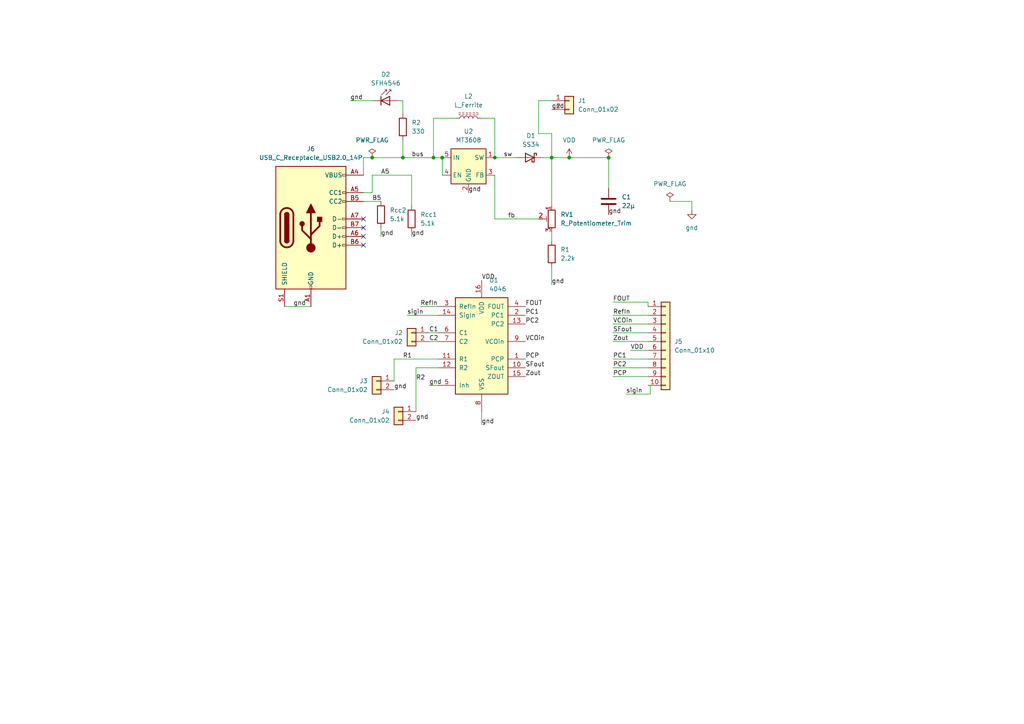
<source format=kicad_sch>
(kicad_sch
	(version 20250114)
	(generator "eeschema")
	(generator_version "9.0")
	(uuid "19d9cd85-1894-47a8-bd71-f49a0c306bb7")
	(paper "A4")
	(lib_symbols
		(symbol "4xxx:4046"
			(pin_names
				(offset 1.016)
			)
			(exclude_from_sim no)
			(in_bom yes)
			(on_board yes)
			(property "Reference" "U"
				(at -7.62 13.97 0)
				(effects
					(font
						(size 1.27 1.27)
					)
				)
			)
			(property "Value" "4046"
				(at -7.62 -16.51 0)
				(effects
					(font
						(size 1.27 1.27)
					)
				)
			)
			(property "Footprint" ""
				(at 0 0 0)
				(effects
					(font
						(size 1.27 1.27)
					)
					(hide yes)
				)
			)
			(property "Datasheet" "https://assets.nexperia.com/documents/data-sheet/HEF4046B.pdf"
				(at 0 0 0)
				(effects
					(font
						(size 1.27 1.27)
					)
					(hide yes)
				)
			)
			(property "Description" "Phase Comp & VCO"
				(at 0 0 0)
				(effects
					(font
						(size 1.27 1.27)
					)
					(hide yes)
				)
			)
			(property "ki_locked" ""
				(at 0 0 0)
				(effects
					(font
						(size 1.27 1.27)
					)
				)
			)
			(property "ki_keywords" "CMOS PLL"
				(at 0 0 0)
				(effects
					(font
						(size 1.27 1.27)
					)
					(hide yes)
				)
			)
			(property "ki_fp_filters" "DIP?16*"
				(at 0 0 0)
				(effects
					(font
						(size 1.27 1.27)
					)
					(hide yes)
				)
			)
			(symbol "4046_1_0"
				(pin input line
					(at -12.7 10.16 0)
					(length 5.08)
					(name "RefIn"
						(effects
							(font
								(size 1.27 1.27)
							)
						)
					)
					(number "3"
						(effects
							(font
								(size 1.27 1.27)
							)
						)
					)
				)
				(pin input line
					(at -12.7 7.62 0)
					(length 5.08)
					(name "SigIn"
						(effects
							(font
								(size 1.27 1.27)
							)
						)
					)
					(number "14"
						(effects
							(font
								(size 1.27 1.27)
							)
						)
					)
				)
				(pin input line
					(at -12.7 2.54 0)
					(length 5.08)
					(name "C1"
						(effects
							(font
								(size 1.27 1.27)
							)
						)
					)
					(number "6"
						(effects
							(font
								(size 1.27 1.27)
							)
						)
					)
				)
				(pin input line
					(at -12.7 0 0)
					(length 5.08)
					(name "C2"
						(effects
							(font
								(size 1.27 1.27)
							)
						)
					)
					(number "7"
						(effects
							(font
								(size 1.27 1.27)
							)
						)
					)
				)
				(pin input line
					(at -12.7 -5.08 0)
					(length 5.08)
					(name "R1"
						(effects
							(font
								(size 1.27 1.27)
							)
						)
					)
					(number "11"
						(effects
							(font
								(size 1.27 1.27)
							)
						)
					)
				)
				(pin input line
					(at -12.7 -7.62 0)
					(length 5.08)
					(name "R2"
						(effects
							(font
								(size 1.27 1.27)
							)
						)
					)
					(number "12"
						(effects
							(font
								(size 1.27 1.27)
							)
						)
					)
				)
				(pin input line
					(at -12.7 -12.7 0)
					(length 5.08)
					(name "Inh"
						(effects
							(font
								(size 1.27 1.27)
							)
						)
					)
					(number "5"
						(effects
							(font
								(size 1.27 1.27)
							)
						)
					)
				)
				(pin power_in line
					(at 0 17.78 270)
					(length 5.08)
					(name "VDD"
						(effects
							(font
								(size 1.27 1.27)
							)
						)
					)
					(number "16"
						(effects
							(font
								(size 1.27 1.27)
							)
						)
					)
				)
				(pin power_in line
					(at 0 -20.32 90)
					(length 5.08)
					(name "VSS"
						(effects
							(font
								(size 1.27 1.27)
							)
						)
					)
					(number "8"
						(effects
							(font
								(size 1.27 1.27)
							)
						)
					)
				)
				(pin output line
					(at 12.7 10.16 180)
					(length 5.08)
					(name "FOUT"
						(effects
							(font
								(size 1.27 1.27)
							)
						)
					)
					(number "4"
						(effects
							(font
								(size 1.27 1.27)
							)
						)
					)
				)
				(pin output line
					(at 12.7 7.62 180)
					(length 5.08)
					(name "PC1"
						(effects
							(font
								(size 1.27 1.27)
							)
						)
					)
					(number "2"
						(effects
							(font
								(size 1.27 1.27)
							)
						)
					)
				)
				(pin tri_state line
					(at 12.7 5.08 180)
					(length 5.08)
					(name "PC2"
						(effects
							(font
								(size 1.27 1.27)
							)
						)
					)
					(number "13"
						(effects
							(font
								(size 1.27 1.27)
							)
						)
					)
				)
				(pin input line
					(at 12.7 0 180)
					(length 5.08)
					(name "VCOin"
						(effects
							(font
								(size 1.27 1.27)
							)
						)
					)
					(number "9"
						(effects
							(font
								(size 1.27 1.27)
							)
						)
					)
				)
				(pin output line
					(at 12.7 -5.08 180)
					(length 5.08)
					(name "PCP"
						(effects
							(font
								(size 1.27 1.27)
							)
						)
					)
					(number "1"
						(effects
							(font
								(size 1.27 1.27)
							)
						)
					)
				)
				(pin output line
					(at 12.7 -7.62 180)
					(length 5.08)
					(name "SFout"
						(effects
							(font
								(size 1.27 1.27)
							)
						)
					)
					(number "10"
						(effects
							(font
								(size 1.27 1.27)
							)
						)
					)
				)
				(pin output line
					(at 12.7 -10.16 180)
					(length 5.08)
					(name "ZOUT"
						(effects
							(font
								(size 1.27 1.27)
							)
						)
					)
					(number "15"
						(effects
							(font
								(size 1.27 1.27)
							)
						)
					)
				)
			)
			(symbol "4046_1_1"
				(rectangle
					(start -7.62 12.7)
					(end 7.62 -15.24)
					(stroke
						(width 0.254)
						(type default)
					)
					(fill
						(type background)
					)
				)
			)
			(embedded_fonts no)
		)
		(symbol "Connector:USB_C_Receptacle_USB2.0_14P"
			(pin_names
				(offset 1.016)
			)
			(exclude_from_sim no)
			(in_bom yes)
			(on_board yes)
			(property "Reference" "J"
				(at 0 22.225 0)
				(effects
					(font
						(size 1.27 1.27)
					)
				)
			)
			(property "Value" "USB_C_Receptacle_USB2.0_14P"
				(at 0 19.685 0)
				(effects
					(font
						(size 1.27 1.27)
					)
				)
			)
			(property "Footprint" ""
				(at 3.81 0 0)
				(effects
					(font
						(size 1.27 1.27)
					)
					(hide yes)
				)
			)
			(property "Datasheet" "https://www.usb.org/sites/default/files/documents/usb_type-c.zip"
				(at 3.81 0 0)
				(effects
					(font
						(size 1.27 1.27)
					)
					(hide yes)
				)
			)
			(property "Description" "USB 2.0-only 14P Type-C Receptacle connector"
				(at 0 0 0)
				(effects
					(font
						(size 1.27 1.27)
					)
					(hide yes)
				)
			)
			(property "ki_keywords" "usb universal serial bus type-C USB2.0"
				(at 0 0 0)
				(effects
					(font
						(size 1.27 1.27)
					)
					(hide yes)
				)
			)
			(property "ki_fp_filters" "USB*C*Receptacle*"
				(at 0 0 0)
				(effects
					(font
						(size 1.27 1.27)
					)
					(hide yes)
				)
			)
			(symbol "USB_C_Receptacle_USB2.0_14P_0_0"
				(rectangle
					(start -0.254 -17.78)
					(end 0.254 -16.764)
					(stroke
						(width 0)
						(type default)
					)
					(fill
						(type none)
					)
				)
				(rectangle
					(start 10.16 15.494)
					(end 9.144 14.986)
					(stroke
						(width 0)
						(type default)
					)
					(fill
						(type none)
					)
				)
				(rectangle
					(start 10.16 10.414)
					(end 9.144 9.906)
					(stroke
						(width 0)
						(type default)
					)
					(fill
						(type none)
					)
				)
				(rectangle
					(start 10.16 7.874)
					(end 9.144 7.366)
					(stroke
						(width 0)
						(type default)
					)
					(fill
						(type none)
					)
				)
				(rectangle
					(start 10.16 2.794)
					(end 9.144 2.286)
					(stroke
						(width 0)
						(type default)
					)
					(fill
						(type none)
					)
				)
				(rectangle
					(start 10.16 0.254)
					(end 9.144 -0.254)
					(stroke
						(width 0)
						(type default)
					)
					(fill
						(type none)
					)
				)
				(rectangle
					(start 10.16 -2.286)
					(end 9.144 -2.794)
					(stroke
						(width 0)
						(type default)
					)
					(fill
						(type none)
					)
				)
				(rectangle
					(start 10.16 -4.826)
					(end 9.144 -5.334)
					(stroke
						(width 0)
						(type default)
					)
					(fill
						(type none)
					)
				)
			)
			(symbol "USB_C_Receptacle_USB2.0_14P_0_1"
				(rectangle
					(start -10.16 17.78)
					(end 10.16 -17.78)
					(stroke
						(width 0.254)
						(type default)
					)
					(fill
						(type background)
					)
				)
				(polyline
					(pts
						(xy -8.89 -3.81) (xy -8.89 3.81)
					)
					(stroke
						(width 0.508)
						(type default)
					)
					(fill
						(type none)
					)
				)
				(rectangle
					(start -7.62 -3.81)
					(end -6.35 3.81)
					(stroke
						(width 0.254)
						(type default)
					)
					(fill
						(type outline)
					)
				)
				(arc
					(start -7.62 3.81)
					(mid -6.985 4.4423)
					(end -6.35 3.81)
					(stroke
						(width 0.254)
						(type default)
					)
					(fill
						(type none)
					)
				)
				(arc
					(start -7.62 3.81)
					(mid -6.985 4.4423)
					(end -6.35 3.81)
					(stroke
						(width 0.254)
						(type default)
					)
					(fill
						(type outline)
					)
				)
				(arc
					(start -8.89 3.81)
					(mid -6.985 5.7067)
					(end -5.08 3.81)
					(stroke
						(width 0.508)
						(type default)
					)
					(fill
						(type none)
					)
				)
				(arc
					(start -5.08 -3.81)
					(mid -6.985 -5.7067)
					(end -8.89 -3.81)
					(stroke
						(width 0.508)
						(type default)
					)
					(fill
						(type none)
					)
				)
				(arc
					(start -6.35 -3.81)
					(mid -6.985 -4.4423)
					(end -7.62 -3.81)
					(stroke
						(width 0.254)
						(type default)
					)
					(fill
						(type none)
					)
				)
				(arc
					(start -6.35 -3.81)
					(mid -6.985 -4.4423)
					(end -7.62 -3.81)
					(stroke
						(width 0.254)
						(type default)
					)
					(fill
						(type outline)
					)
				)
				(polyline
					(pts
						(xy -5.08 3.81) (xy -5.08 -3.81)
					)
					(stroke
						(width 0.508)
						(type default)
					)
					(fill
						(type none)
					)
				)
				(circle
					(center -2.54 1.143)
					(radius 0.635)
					(stroke
						(width 0.254)
						(type default)
					)
					(fill
						(type outline)
					)
				)
				(polyline
					(pts
						(xy -1.27 4.318) (xy 0 6.858) (xy 1.27 4.318) (xy -1.27 4.318)
					)
					(stroke
						(width 0.254)
						(type default)
					)
					(fill
						(type outline)
					)
				)
				(polyline
					(pts
						(xy 0 -2.032) (xy 2.54 0.508) (xy 2.54 1.778)
					)
					(stroke
						(width 0.508)
						(type default)
					)
					(fill
						(type none)
					)
				)
				(polyline
					(pts
						(xy 0 -3.302) (xy -2.54 -0.762) (xy -2.54 0.508)
					)
					(stroke
						(width 0.508)
						(type default)
					)
					(fill
						(type none)
					)
				)
				(polyline
					(pts
						(xy 0 -5.842) (xy 0 4.318)
					)
					(stroke
						(width 0.508)
						(type default)
					)
					(fill
						(type none)
					)
				)
				(circle
					(center 0 -5.842)
					(radius 1.27)
					(stroke
						(width 0)
						(type default)
					)
					(fill
						(type outline)
					)
				)
				(rectangle
					(start 1.905 1.778)
					(end 3.175 3.048)
					(stroke
						(width 0.254)
						(type default)
					)
					(fill
						(type outline)
					)
				)
			)
			(symbol "USB_C_Receptacle_USB2.0_14P_1_1"
				(pin passive line
					(at -7.62 -22.86 90)
					(length 5.08)
					(name "SHIELD"
						(effects
							(font
								(size 1.27 1.27)
							)
						)
					)
					(number "S1"
						(effects
							(font
								(size 1.27 1.27)
							)
						)
					)
				)
				(pin passive line
					(at 0 -22.86 90)
					(length 5.08)
					(name "GND"
						(effects
							(font
								(size 1.27 1.27)
							)
						)
					)
					(number "A1"
						(effects
							(font
								(size 1.27 1.27)
							)
						)
					)
				)
				(pin passive line
					(at 0 -22.86 90)
					(length 5.08)
					(hide yes)
					(name "GND"
						(effects
							(font
								(size 1.27 1.27)
							)
						)
					)
					(number "A12"
						(effects
							(font
								(size 1.27 1.27)
							)
						)
					)
				)
				(pin passive line
					(at 0 -22.86 90)
					(length 5.08)
					(hide yes)
					(name "GND"
						(effects
							(font
								(size 1.27 1.27)
							)
						)
					)
					(number "B1"
						(effects
							(font
								(size 1.27 1.27)
							)
						)
					)
				)
				(pin passive line
					(at 0 -22.86 90)
					(length 5.08)
					(hide yes)
					(name "GND"
						(effects
							(font
								(size 1.27 1.27)
							)
						)
					)
					(number "B12"
						(effects
							(font
								(size 1.27 1.27)
							)
						)
					)
				)
				(pin passive line
					(at 15.24 15.24 180)
					(length 5.08)
					(name "VBUS"
						(effects
							(font
								(size 1.27 1.27)
							)
						)
					)
					(number "A4"
						(effects
							(font
								(size 1.27 1.27)
							)
						)
					)
				)
				(pin passive line
					(at 15.24 15.24 180)
					(length 5.08)
					(hide yes)
					(name "VBUS"
						(effects
							(font
								(size 1.27 1.27)
							)
						)
					)
					(number "A9"
						(effects
							(font
								(size 1.27 1.27)
							)
						)
					)
				)
				(pin passive line
					(at 15.24 15.24 180)
					(length 5.08)
					(hide yes)
					(name "VBUS"
						(effects
							(font
								(size 1.27 1.27)
							)
						)
					)
					(number "B4"
						(effects
							(font
								(size 1.27 1.27)
							)
						)
					)
				)
				(pin passive line
					(at 15.24 15.24 180)
					(length 5.08)
					(hide yes)
					(name "VBUS"
						(effects
							(font
								(size 1.27 1.27)
							)
						)
					)
					(number "B9"
						(effects
							(font
								(size 1.27 1.27)
							)
						)
					)
				)
				(pin bidirectional line
					(at 15.24 10.16 180)
					(length 5.08)
					(name "CC1"
						(effects
							(font
								(size 1.27 1.27)
							)
						)
					)
					(number "A5"
						(effects
							(font
								(size 1.27 1.27)
							)
						)
					)
				)
				(pin bidirectional line
					(at 15.24 7.62 180)
					(length 5.08)
					(name "CC2"
						(effects
							(font
								(size 1.27 1.27)
							)
						)
					)
					(number "B5"
						(effects
							(font
								(size 1.27 1.27)
							)
						)
					)
				)
				(pin bidirectional line
					(at 15.24 2.54 180)
					(length 5.08)
					(name "D-"
						(effects
							(font
								(size 1.27 1.27)
							)
						)
					)
					(number "A7"
						(effects
							(font
								(size 1.27 1.27)
							)
						)
					)
				)
				(pin bidirectional line
					(at 15.24 0 180)
					(length 5.08)
					(name "D-"
						(effects
							(font
								(size 1.27 1.27)
							)
						)
					)
					(number "B7"
						(effects
							(font
								(size 1.27 1.27)
							)
						)
					)
				)
				(pin bidirectional line
					(at 15.24 -2.54 180)
					(length 5.08)
					(name "D+"
						(effects
							(font
								(size 1.27 1.27)
							)
						)
					)
					(number "A6"
						(effects
							(font
								(size 1.27 1.27)
							)
						)
					)
				)
				(pin bidirectional line
					(at 15.24 -5.08 180)
					(length 5.08)
					(name "D+"
						(effects
							(font
								(size 1.27 1.27)
							)
						)
					)
					(number "B6"
						(effects
							(font
								(size 1.27 1.27)
							)
						)
					)
				)
			)
			(embedded_fonts no)
		)
		(symbol "Connector_Generic:Conn_01x02"
			(pin_names
				(offset 1.016)
				(hide yes)
			)
			(exclude_from_sim no)
			(in_bom yes)
			(on_board yes)
			(property "Reference" "J"
				(at 0 2.54 0)
				(effects
					(font
						(size 1.27 1.27)
					)
				)
			)
			(property "Value" "Conn_01x02"
				(at 0 -5.08 0)
				(effects
					(font
						(size 1.27 1.27)
					)
				)
			)
			(property "Footprint" ""
				(at 0 0 0)
				(effects
					(font
						(size 1.27 1.27)
					)
					(hide yes)
				)
			)
			(property "Datasheet" "~"
				(at 0 0 0)
				(effects
					(font
						(size 1.27 1.27)
					)
					(hide yes)
				)
			)
			(property "Description" "Generic connector, single row, 01x02, script generated (kicad-library-utils/schlib/autogen/connector/)"
				(at 0 0 0)
				(effects
					(font
						(size 1.27 1.27)
					)
					(hide yes)
				)
			)
			(property "ki_keywords" "connector"
				(at 0 0 0)
				(effects
					(font
						(size 1.27 1.27)
					)
					(hide yes)
				)
			)
			(property "ki_fp_filters" "Connector*:*_1x??_*"
				(at 0 0 0)
				(effects
					(font
						(size 1.27 1.27)
					)
					(hide yes)
				)
			)
			(symbol "Conn_01x02_1_1"
				(rectangle
					(start -1.27 1.27)
					(end 1.27 -3.81)
					(stroke
						(width 0.254)
						(type default)
					)
					(fill
						(type background)
					)
				)
				(rectangle
					(start -1.27 0.127)
					(end 0 -0.127)
					(stroke
						(width 0.1524)
						(type default)
					)
					(fill
						(type none)
					)
				)
				(rectangle
					(start -1.27 -2.413)
					(end 0 -2.667)
					(stroke
						(width 0.1524)
						(type default)
					)
					(fill
						(type none)
					)
				)
				(pin passive line
					(at -5.08 0 0)
					(length 3.81)
					(name "Pin_1"
						(effects
							(font
								(size 1.27 1.27)
							)
						)
					)
					(number "1"
						(effects
							(font
								(size 1.27 1.27)
							)
						)
					)
				)
				(pin passive line
					(at -5.08 -2.54 0)
					(length 3.81)
					(name "Pin_2"
						(effects
							(font
								(size 1.27 1.27)
							)
						)
					)
					(number "2"
						(effects
							(font
								(size 1.27 1.27)
							)
						)
					)
				)
			)
			(embedded_fonts no)
		)
		(symbol "Connector_Generic:Conn_01x10"
			(pin_names
				(offset 1.016)
				(hide yes)
			)
			(exclude_from_sim no)
			(in_bom yes)
			(on_board yes)
			(property "Reference" "J"
				(at 0 12.7 0)
				(effects
					(font
						(size 1.27 1.27)
					)
				)
			)
			(property "Value" "Conn_01x10"
				(at 0 -15.24 0)
				(effects
					(font
						(size 1.27 1.27)
					)
				)
			)
			(property "Footprint" ""
				(at 0 0 0)
				(effects
					(font
						(size 1.27 1.27)
					)
					(hide yes)
				)
			)
			(property "Datasheet" "~"
				(at 0 0 0)
				(effects
					(font
						(size 1.27 1.27)
					)
					(hide yes)
				)
			)
			(property "Description" "Generic connector, single row, 01x10, script generated (kicad-library-utils/schlib/autogen/connector/)"
				(at 0 0 0)
				(effects
					(font
						(size 1.27 1.27)
					)
					(hide yes)
				)
			)
			(property "ki_keywords" "connector"
				(at 0 0 0)
				(effects
					(font
						(size 1.27 1.27)
					)
					(hide yes)
				)
			)
			(property "ki_fp_filters" "Connector*:*_1x??_*"
				(at 0 0 0)
				(effects
					(font
						(size 1.27 1.27)
					)
					(hide yes)
				)
			)
			(symbol "Conn_01x10_1_1"
				(rectangle
					(start -1.27 11.43)
					(end 1.27 -13.97)
					(stroke
						(width 0.254)
						(type default)
					)
					(fill
						(type background)
					)
				)
				(rectangle
					(start -1.27 10.287)
					(end 0 10.033)
					(stroke
						(width 0.1524)
						(type default)
					)
					(fill
						(type none)
					)
				)
				(rectangle
					(start -1.27 7.747)
					(end 0 7.493)
					(stroke
						(width 0.1524)
						(type default)
					)
					(fill
						(type none)
					)
				)
				(rectangle
					(start -1.27 5.207)
					(end 0 4.953)
					(stroke
						(width 0.1524)
						(type default)
					)
					(fill
						(type none)
					)
				)
				(rectangle
					(start -1.27 2.667)
					(end 0 2.413)
					(stroke
						(width 0.1524)
						(type default)
					)
					(fill
						(type none)
					)
				)
				(rectangle
					(start -1.27 0.127)
					(end 0 -0.127)
					(stroke
						(width 0.1524)
						(type default)
					)
					(fill
						(type none)
					)
				)
				(rectangle
					(start -1.27 -2.413)
					(end 0 -2.667)
					(stroke
						(width 0.1524)
						(type default)
					)
					(fill
						(type none)
					)
				)
				(rectangle
					(start -1.27 -4.953)
					(end 0 -5.207)
					(stroke
						(width 0.1524)
						(type default)
					)
					(fill
						(type none)
					)
				)
				(rectangle
					(start -1.27 -7.493)
					(end 0 -7.747)
					(stroke
						(width 0.1524)
						(type default)
					)
					(fill
						(type none)
					)
				)
				(rectangle
					(start -1.27 -10.033)
					(end 0 -10.287)
					(stroke
						(width 0.1524)
						(type default)
					)
					(fill
						(type none)
					)
				)
				(rectangle
					(start -1.27 -12.573)
					(end 0 -12.827)
					(stroke
						(width 0.1524)
						(type default)
					)
					(fill
						(type none)
					)
				)
				(pin passive line
					(at -5.08 10.16 0)
					(length 3.81)
					(name "Pin_1"
						(effects
							(font
								(size 1.27 1.27)
							)
						)
					)
					(number "1"
						(effects
							(font
								(size 1.27 1.27)
							)
						)
					)
				)
				(pin passive line
					(at -5.08 7.62 0)
					(length 3.81)
					(name "Pin_2"
						(effects
							(font
								(size 1.27 1.27)
							)
						)
					)
					(number "2"
						(effects
							(font
								(size 1.27 1.27)
							)
						)
					)
				)
				(pin passive line
					(at -5.08 5.08 0)
					(length 3.81)
					(name "Pin_3"
						(effects
							(font
								(size 1.27 1.27)
							)
						)
					)
					(number "3"
						(effects
							(font
								(size 1.27 1.27)
							)
						)
					)
				)
				(pin passive line
					(at -5.08 2.54 0)
					(length 3.81)
					(name "Pin_4"
						(effects
							(font
								(size 1.27 1.27)
							)
						)
					)
					(number "4"
						(effects
							(font
								(size 1.27 1.27)
							)
						)
					)
				)
				(pin passive line
					(at -5.08 0 0)
					(length 3.81)
					(name "Pin_5"
						(effects
							(font
								(size 1.27 1.27)
							)
						)
					)
					(number "5"
						(effects
							(font
								(size 1.27 1.27)
							)
						)
					)
				)
				(pin passive line
					(at -5.08 -2.54 0)
					(length 3.81)
					(name "Pin_6"
						(effects
							(font
								(size 1.27 1.27)
							)
						)
					)
					(number "6"
						(effects
							(font
								(size 1.27 1.27)
							)
						)
					)
				)
				(pin passive line
					(at -5.08 -5.08 0)
					(length 3.81)
					(name "Pin_7"
						(effects
							(font
								(size 1.27 1.27)
							)
						)
					)
					(number "7"
						(effects
							(font
								(size 1.27 1.27)
							)
						)
					)
				)
				(pin passive line
					(at -5.08 -7.62 0)
					(length 3.81)
					(name "Pin_8"
						(effects
							(font
								(size 1.27 1.27)
							)
						)
					)
					(number "8"
						(effects
							(font
								(size 1.27 1.27)
							)
						)
					)
				)
				(pin passive line
					(at -5.08 -10.16 0)
					(length 3.81)
					(name "Pin_9"
						(effects
							(font
								(size 1.27 1.27)
							)
						)
					)
					(number "9"
						(effects
							(font
								(size 1.27 1.27)
							)
						)
					)
				)
				(pin passive line
					(at -5.08 -12.7 0)
					(length 3.81)
					(name "Pin_10"
						(effects
							(font
								(size 1.27 1.27)
							)
						)
					)
					(number "10"
						(effects
							(font
								(size 1.27 1.27)
							)
						)
					)
				)
			)
			(embedded_fonts no)
		)
		(symbol "Device:C"
			(pin_numbers
				(hide yes)
			)
			(pin_names
				(offset 0.254)
			)
			(exclude_from_sim no)
			(in_bom yes)
			(on_board yes)
			(property "Reference" "C"
				(at 0.635 2.54 0)
				(effects
					(font
						(size 1.27 1.27)
					)
					(justify left)
				)
			)
			(property "Value" "C"
				(at 0.635 -2.54 0)
				(effects
					(font
						(size 1.27 1.27)
					)
					(justify left)
				)
			)
			(property "Footprint" ""
				(at 0.9652 -3.81 0)
				(effects
					(font
						(size 1.27 1.27)
					)
					(hide yes)
				)
			)
			(property "Datasheet" "~"
				(at 0 0 0)
				(effects
					(font
						(size 1.27 1.27)
					)
					(hide yes)
				)
			)
			(property "Description" "Unpolarized capacitor"
				(at 0 0 0)
				(effects
					(font
						(size 1.27 1.27)
					)
					(hide yes)
				)
			)
			(property "ki_keywords" "cap capacitor"
				(at 0 0 0)
				(effects
					(font
						(size 1.27 1.27)
					)
					(hide yes)
				)
			)
			(property "ki_fp_filters" "C_*"
				(at 0 0 0)
				(effects
					(font
						(size 1.27 1.27)
					)
					(hide yes)
				)
			)
			(symbol "C_0_1"
				(polyline
					(pts
						(xy -2.032 0.762) (xy 2.032 0.762)
					)
					(stroke
						(width 0.508)
						(type default)
					)
					(fill
						(type none)
					)
				)
				(polyline
					(pts
						(xy -2.032 -0.762) (xy 2.032 -0.762)
					)
					(stroke
						(width 0.508)
						(type default)
					)
					(fill
						(type none)
					)
				)
			)
			(symbol "C_1_1"
				(pin passive line
					(at 0 3.81 270)
					(length 2.794)
					(name "~"
						(effects
							(font
								(size 1.27 1.27)
							)
						)
					)
					(number "1"
						(effects
							(font
								(size 1.27 1.27)
							)
						)
					)
				)
				(pin passive line
					(at 0 -3.81 90)
					(length 2.794)
					(name "~"
						(effects
							(font
								(size 1.27 1.27)
							)
						)
					)
					(number "2"
						(effects
							(font
								(size 1.27 1.27)
							)
						)
					)
				)
			)
			(embedded_fonts no)
		)
		(symbol "Device:L_Ferrite"
			(pin_numbers
				(hide yes)
			)
			(pin_names
				(offset 1.016)
				(hide yes)
			)
			(exclude_from_sim no)
			(in_bom yes)
			(on_board yes)
			(property "Reference" "L"
				(at -1.27 0 90)
				(effects
					(font
						(size 1.27 1.27)
					)
				)
			)
			(property "Value" "L_Ferrite"
				(at 2.794 0 90)
				(effects
					(font
						(size 1.27 1.27)
					)
				)
			)
			(property "Footprint" ""
				(at 0 0 0)
				(effects
					(font
						(size 1.27 1.27)
					)
					(hide yes)
				)
			)
			(property "Datasheet" "~"
				(at 0 0 0)
				(effects
					(font
						(size 1.27 1.27)
					)
					(hide yes)
				)
			)
			(property "Description" "Inductor with ferrite core"
				(at 0 0 0)
				(effects
					(font
						(size 1.27 1.27)
					)
					(hide yes)
				)
			)
			(property "ki_keywords" "inductor choke coil reactor magnetic"
				(at 0 0 0)
				(effects
					(font
						(size 1.27 1.27)
					)
					(hide yes)
				)
			)
			(property "ki_fp_filters" "Choke_* *Coil* Inductor_* L_*"
				(at 0 0 0)
				(effects
					(font
						(size 1.27 1.27)
					)
					(hide yes)
				)
			)
			(symbol "L_Ferrite_0_1"
				(arc
					(start 0 2.54)
					(mid 0.6323 1.905)
					(end 0 1.27)
					(stroke
						(width 0)
						(type default)
					)
					(fill
						(type none)
					)
				)
				(arc
					(start 0 1.27)
					(mid 0.6323 0.635)
					(end 0 0)
					(stroke
						(width 0)
						(type default)
					)
					(fill
						(type none)
					)
				)
				(arc
					(start 0 0)
					(mid 0.6323 -0.635)
					(end 0 -1.27)
					(stroke
						(width 0)
						(type default)
					)
					(fill
						(type none)
					)
				)
				(arc
					(start 0 -1.27)
					(mid 0.6323 -1.905)
					(end 0 -2.54)
					(stroke
						(width 0)
						(type default)
					)
					(fill
						(type none)
					)
				)
				(polyline
					(pts
						(xy 1.016 2.286) (xy 1.016 2.794)
					)
					(stroke
						(width 0)
						(type default)
					)
					(fill
						(type none)
					)
				)
				(polyline
					(pts
						(xy 1.016 1.27) (xy 1.016 1.778)
					)
					(stroke
						(width 0)
						(type default)
					)
					(fill
						(type none)
					)
				)
				(polyline
					(pts
						(xy 1.016 0.254) (xy 1.016 0.762)
					)
					(stroke
						(width 0)
						(type default)
					)
					(fill
						(type none)
					)
				)
				(polyline
					(pts
						(xy 1.016 -0.762) (xy 1.016 -0.254)
					)
					(stroke
						(width 0)
						(type default)
					)
					(fill
						(type none)
					)
				)
				(polyline
					(pts
						(xy 1.016 -1.778) (xy 1.016 -1.27)
					)
					(stroke
						(width 0)
						(type default)
					)
					(fill
						(type none)
					)
				)
				(polyline
					(pts
						(xy 1.016 -2.794) (xy 1.016 -2.286)
					)
					(stroke
						(width 0)
						(type default)
					)
					(fill
						(type none)
					)
				)
				(polyline
					(pts
						(xy 1.524 2.794) (xy 1.524 2.286)
					)
					(stroke
						(width 0)
						(type default)
					)
					(fill
						(type none)
					)
				)
				(polyline
					(pts
						(xy 1.524 1.778) (xy 1.524 1.27)
					)
					(stroke
						(width 0)
						(type default)
					)
					(fill
						(type none)
					)
				)
				(polyline
					(pts
						(xy 1.524 0.762) (xy 1.524 0.254)
					)
					(stroke
						(width 0)
						(type default)
					)
					(fill
						(type none)
					)
				)
				(polyline
					(pts
						(xy 1.524 -0.254) (xy 1.524 -0.762)
					)
					(stroke
						(width 0)
						(type default)
					)
					(fill
						(type none)
					)
				)
				(polyline
					(pts
						(xy 1.524 -1.27) (xy 1.524 -1.778)
					)
					(stroke
						(width 0)
						(type default)
					)
					(fill
						(type none)
					)
				)
				(polyline
					(pts
						(xy 1.524 -2.286) (xy 1.524 -2.794)
					)
					(stroke
						(width 0)
						(type default)
					)
					(fill
						(type none)
					)
				)
			)
			(symbol "L_Ferrite_1_1"
				(pin passive line
					(at 0 3.81 270)
					(length 1.27)
					(name "1"
						(effects
							(font
								(size 1.27 1.27)
							)
						)
					)
					(number "1"
						(effects
							(font
								(size 1.27 1.27)
							)
						)
					)
				)
				(pin passive line
					(at 0 -3.81 90)
					(length 1.27)
					(name "2"
						(effects
							(font
								(size 1.27 1.27)
							)
						)
					)
					(number "2"
						(effects
							(font
								(size 1.27 1.27)
							)
						)
					)
				)
			)
			(embedded_fonts no)
		)
		(symbol "Device:R"
			(pin_numbers
				(hide yes)
			)
			(pin_names
				(offset 0)
			)
			(exclude_from_sim no)
			(in_bom yes)
			(on_board yes)
			(property "Reference" "R"
				(at 2.032 0 90)
				(effects
					(font
						(size 1.27 1.27)
					)
				)
			)
			(property "Value" "R"
				(at 0 0 90)
				(effects
					(font
						(size 1.27 1.27)
					)
				)
			)
			(property "Footprint" ""
				(at -1.778 0 90)
				(effects
					(font
						(size 1.27 1.27)
					)
					(hide yes)
				)
			)
			(property "Datasheet" "~"
				(at 0 0 0)
				(effects
					(font
						(size 1.27 1.27)
					)
					(hide yes)
				)
			)
			(property "Description" "Resistor"
				(at 0 0 0)
				(effects
					(font
						(size 1.27 1.27)
					)
					(hide yes)
				)
			)
			(property "ki_keywords" "R res resistor"
				(at 0 0 0)
				(effects
					(font
						(size 1.27 1.27)
					)
					(hide yes)
				)
			)
			(property "ki_fp_filters" "R_*"
				(at 0 0 0)
				(effects
					(font
						(size 1.27 1.27)
					)
					(hide yes)
				)
			)
			(symbol "R_0_1"
				(rectangle
					(start -1.016 -2.54)
					(end 1.016 2.54)
					(stroke
						(width 0.254)
						(type default)
					)
					(fill
						(type none)
					)
				)
			)
			(symbol "R_1_1"
				(pin passive line
					(at 0 3.81 270)
					(length 1.27)
					(name "~"
						(effects
							(font
								(size 1.27 1.27)
							)
						)
					)
					(number "1"
						(effects
							(font
								(size 1.27 1.27)
							)
						)
					)
				)
				(pin passive line
					(at 0 -3.81 90)
					(length 1.27)
					(name "~"
						(effects
							(font
								(size 1.27 1.27)
							)
						)
					)
					(number "2"
						(effects
							(font
								(size 1.27 1.27)
							)
						)
					)
				)
			)
			(embedded_fonts no)
		)
		(symbol "Device:R_Potentiometer_Trim"
			(pin_names
				(offset 1.016)
				(hide yes)
			)
			(exclude_from_sim no)
			(in_bom yes)
			(on_board yes)
			(property "Reference" "RV"
				(at -4.445 0 90)
				(effects
					(font
						(size 1.27 1.27)
					)
				)
			)
			(property "Value" "R_Potentiometer_Trim"
				(at -2.54 0 90)
				(effects
					(font
						(size 1.27 1.27)
					)
				)
			)
			(property "Footprint" ""
				(at 0 0 0)
				(effects
					(font
						(size 1.27 1.27)
					)
					(hide yes)
				)
			)
			(property "Datasheet" "~"
				(at 0 0 0)
				(effects
					(font
						(size 1.27 1.27)
					)
					(hide yes)
				)
			)
			(property "Description" "Trim-potentiometer"
				(at 0 0 0)
				(effects
					(font
						(size 1.27 1.27)
					)
					(hide yes)
				)
			)
			(property "ki_keywords" "resistor variable trimpot trimmer"
				(at 0 0 0)
				(effects
					(font
						(size 1.27 1.27)
					)
					(hide yes)
				)
			)
			(property "ki_fp_filters" "Potentiometer*"
				(at 0 0 0)
				(effects
					(font
						(size 1.27 1.27)
					)
					(hide yes)
				)
			)
			(symbol "R_Potentiometer_Trim_0_1"
				(rectangle
					(start 1.016 2.54)
					(end -1.016 -2.54)
					(stroke
						(width 0.254)
						(type default)
					)
					(fill
						(type none)
					)
				)
				(polyline
					(pts
						(xy 1.524 0.762) (xy 1.524 -0.762)
					)
					(stroke
						(width 0)
						(type default)
					)
					(fill
						(type none)
					)
				)
				(polyline
					(pts
						(xy 2.54 0) (xy 1.524 0)
					)
					(stroke
						(width 0)
						(type default)
					)
					(fill
						(type none)
					)
				)
			)
			(symbol "R_Potentiometer_Trim_1_1"
				(pin passive line
					(at 0 3.81 270)
					(length 1.27)
					(name "1"
						(effects
							(font
								(size 1.27 1.27)
							)
						)
					)
					(number "1"
						(effects
							(font
								(size 1.27 1.27)
							)
						)
					)
				)
				(pin passive line
					(at 0 -3.81 90)
					(length 1.27)
					(name "3"
						(effects
							(font
								(size 1.27 1.27)
							)
						)
					)
					(number "3"
						(effects
							(font
								(size 1.27 1.27)
							)
						)
					)
				)
				(pin passive line
					(at 3.81 0 180)
					(length 1.27)
					(name "2"
						(effects
							(font
								(size 1.27 1.27)
							)
						)
					)
					(number "2"
						(effects
							(font
								(size 1.27 1.27)
							)
						)
					)
				)
			)
			(embedded_fonts no)
		)
		(symbol "Diode:SS34"
			(pin_numbers
				(hide yes)
			)
			(pin_names
				(offset 1.016)
				(hide yes)
			)
			(exclude_from_sim no)
			(in_bom yes)
			(on_board yes)
			(property "Reference" "D"
				(at 0 2.54 0)
				(effects
					(font
						(size 1.27 1.27)
					)
				)
			)
			(property "Value" "SS34"
				(at 0 -2.54 0)
				(effects
					(font
						(size 1.27 1.27)
					)
				)
			)
			(property "Footprint" "Diode_SMD:D_SMA"
				(at 0 -4.445 0)
				(effects
					(font
						(size 1.27 1.27)
					)
					(hide yes)
				)
			)
			(property "Datasheet" "https://www.vishay.com/docs/88751/ss32.pdf"
				(at 0 0 0)
				(effects
					(font
						(size 1.27 1.27)
					)
					(hide yes)
				)
			)
			(property "Description" "40V 3A Schottky Diode, SMA"
				(at 0 0 0)
				(effects
					(font
						(size 1.27 1.27)
					)
					(hide yes)
				)
			)
			(property "ki_keywords" "diode Schottky"
				(at 0 0 0)
				(effects
					(font
						(size 1.27 1.27)
					)
					(hide yes)
				)
			)
			(property "ki_fp_filters" "D*SMA*"
				(at 0 0 0)
				(effects
					(font
						(size 1.27 1.27)
					)
					(hide yes)
				)
			)
			(symbol "SS34_0_1"
				(polyline
					(pts
						(xy -1.905 0.635) (xy -1.905 1.27) (xy -1.27 1.27) (xy -1.27 -1.27) (xy -0.635 -1.27) (xy -0.635 -0.635)
					)
					(stroke
						(width 0.254)
						(type default)
					)
					(fill
						(type none)
					)
				)
				(polyline
					(pts
						(xy 1.27 1.27) (xy 1.27 -1.27) (xy -1.27 0) (xy 1.27 1.27)
					)
					(stroke
						(width 0.254)
						(type default)
					)
					(fill
						(type none)
					)
				)
				(polyline
					(pts
						(xy 1.27 0) (xy -1.27 0)
					)
					(stroke
						(width 0)
						(type default)
					)
					(fill
						(type none)
					)
				)
			)
			(symbol "SS34_1_1"
				(pin passive line
					(at -3.81 0 0)
					(length 2.54)
					(name "K"
						(effects
							(font
								(size 1.27 1.27)
							)
						)
					)
					(number "1"
						(effects
							(font
								(size 1.27 1.27)
							)
						)
					)
				)
				(pin passive line
					(at 3.81 0 180)
					(length 2.54)
					(name "A"
						(effects
							(font
								(size 1.27 1.27)
							)
						)
					)
					(number "2"
						(effects
							(font
								(size 1.27 1.27)
							)
						)
					)
				)
			)
			(embedded_fonts no)
		)
		(symbol "LED:SFH4546"
			(pin_numbers
				(hide yes)
			)
			(pin_names
				(offset 1.016)
				(hide yes)
			)
			(exclude_from_sim no)
			(in_bom yes)
			(on_board yes)
			(property "Reference" "D"
				(at 0.508 1.778 0)
				(effects
					(font
						(size 1.27 1.27)
					)
					(justify left)
				)
			)
			(property "Value" "SFH4546"
				(at -1.016 -2.794 0)
				(effects
					(font
						(size 1.27 1.27)
					)
				)
			)
			(property "Footprint" "LED_THT:LED_D5.0mm_IRGrey"
				(at 0 4.445 0)
				(effects
					(font
						(size 1.27 1.27)
					)
					(hide yes)
				)
			)
			(property "Datasheet" "http://www.osram-os.com/Graphics/XPic1/00101982_0.pdf"
				(at -1.27 0 0)
				(effects
					(font
						(size 1.27 1.27)
					)
					(hide yes)
				)
			)
			(property "Description" "High-Power IR LED 940nm"
				(at 0 0 0)
				(effects
					(font
						(size 1.27 1.27)
					)
					(hide yes)
				)
			)
			(property "ki_keywords" "IR LED"
				(at 0 0 0)
				(effects
					(font
						(size 1.27 1.27)
					)
					(hide yes)
				)
			)
			(property "ki_fp_filters" "LED*5.0mm*IRGrey*"
				(at 0 0 0)
				(effects
					(font
						(size 1.27 1.27)
					)
					(hide yes)
				)
			)
			(symbol "SFH4546_0_1"
				(polyline
					(pts
						(xy -2.54 1.27) (xy -2.54 -1.27)
					)
					(stroke
						(width 0.254)
						(type default)
					)
					(fill
						(type none)
					)
				)
				(polyline
					(pts
						(xy -2.413 1.651) (xy -0.889 3.175) (xy -0.889 2.667) (xy -0.889 3.175) (xy -1.397 3.175)
					)
					(stroke
						(width 0)
						(type default)
					)
					(fill
						(type none)
					)
				)
				(polyline
					(pts
						(xy -1.143 1.651) (xy 0.381 3.175) (xy 0.381 2.667)
					)
					(stroke
						(width 0)
						(type default)
					)
					(fill
						(type none)
					)
				)
				(polyline
					(pts
						(xy 0 0) (xy -2.54 0)
					)
					(stroke
						(width 0)
						(type default)
					)
					(fill
						(type none)
					)
				)
				(polyline
					(pts
						(xy 0 -1.27) (xy -2.54 0) (xy 0 1.27) (xy 0 -1.27)
					)
					(stroke
						(width 0.254)
						(type default)
					)
					(fill
						(type none)
					)
				)
				(polyline
					(pts
						(xy 0.381 3.175) (xy -0.127 3.175)
					)
					(stroke
						(width 0)
						(type default)
					)
					(fill
						(type none)
					)
				)
			)
			(symbol "SFH4546_1_1"
				(pin passive line
					(at -5.08 0 0)
					(length 2.54)
					(name "K"
						(effects
							(font
								(size 1.27 1.27)
							)
						)
					)
					(number "1"
						(effects
							(font
								(size 1.27 1.27)
							)
						)
					)
				)
				(pin passive line
					(at 2.54 0 180)
					(length 2.54)
					(name "A"
						(effects
							(font
								(size 1.27 1.27)
							)
						)
					)
					(number "2"
						(effects
							(font
								(size 1.27 1.27)
							)
						)
					)
				)
			)
			(embedded_fonts no)
		)
		(symbol "Regulator_Switching:MT3608"
			(exclude_from_sim no)
			(in_bom yes)
			(on_board yes)
			(property "Reference" "U"
				(at -2.54 8.89 0)
				(effects
					(font
						(size 1.27 1.27)
					)
					(justify left)
				)
			)
			(property "Value" "MT3608"
				(at -3.81 6.35 0)
				(effects
					(font
						(size 1.27 1.27)
					)
					(justify left)
				)
			)
			(property "Footprint" "Package_TO_SOT_SMD:SOT-23-6"
				(at 1.27 -6.35 0)
				(effects
					(font
						(size 1.27 1.27)
						(italic yes)
					)
					(justify left)
					(hide yes)
				)
			)
			(property "Datasheet" "https://www.olimex.com/Products/Breadboarding/BB-PWR-3608/resources/MT3608.pdf"
				(at -6.35 11.43 0)
				(effects
					(font
						(size 1.27 1.27)
					)
					(hide yes)
				)
			)
			(property "Description" "High Efficiency 1.2MHz 2A Step Up Converter, 2-24V Vin, 28V Vout, 4A current limit, 1.2MHz, SOT23-6"
				(at 0 0 0)
				(effects
					(font
						(size 1.27 1.27)
					)
					(hide yes)
				)
			)
			(property "ki_keywords" "Step-Up Boost DC-DC Regulator Adjustable"
				(at 0 0 0)
				(effects
					(font
						(size 1.27 1.27)
					)
					(hide yes)
				)
			)
			(property "ki_fp_filters" "SOT*23*"
				(at 0 0 0)
				(effects
					(font
						(size 1.27 1.27)
					)
					(hide yes)
				)
			)
			(symbol "MT3608_0_1"
				(rectangle
					(start -5.08 5.08)
					(end 5.08 -5.08)
					(stroke
						(width 0.254)
						(type default)
					)
					(fill
						(type background)
					)
				)
			)
			(symbol "MT3608_1_1"
				(pin power_in line
					(at -7.62 2.54 0)
					(length 2.54)
					(name "IN"
						(effects
							(font
								(size 1.27 1.27)
							)
						)
					)
					(number "5"
						(effects
							(font
								(size 1.27 1.27)
							)
						)
					)
				)
				(pin input line
					(at -7.62 -2.54 0)
					(length 2.54)
					(name "EN"
						(effects
							(font
								(size 1.27 1.27)
							)
						)
					)
					(number "4"
						(effects
							(font
								(size 1.27 1.27)
							)
						)
					)
				)
				(pin power_in line
					(at 0 -7.62 90)
					(length 2.54)
					(name "GND"
						(effects
							(font
								(size 1.27 1.27)
							)
						)
					)
					(number "2"
						(effects
							(font
								(size 1.27 1.27)
							)
						)
					)
				)
				(pin no_connect line
					(at 5.08 0 180)
					(length 2.54)
					(hide yes)
					(name "NC"
						(effects
							(font
								(size 1.27 1.27)
							)
						)
					)
					(number "6"
						(effects
							(font
								(size 1.27 1.27)
							)
						)
					)
				)
				(pin passive line
					(at 7.62 2.54 180)
					(length 2.54)
					(name "SW"
						(effects
							(font
								(size 1.27 1.27)
							)
						)
					)
					(number "1"
						(effects
							(font
								(size 1.27 1.27)
							)
						)
					)
				)
				(pin input line
					(at 7.62 -2.54 180)
					(length 2.54)
					(name "FB"
						(effects
							(font
								(size 1.27 1.27)
							)
						)
					)
					(number "3"
						(effects
							(font
								(size 1.27 1.27)
							)
						)
					)
				)
			)
			(embedded_fonts no)
		)
		(symbol "power:GND"
			(power)
			(pin_numbers
				(hide yes)
			)
			(pin_names
				(offset 0)
				(hide yes)
			)
			(exclude_from_sim no)
			(in_bom yes)
			(on_board yes)
			(property "Reference" "#PWR"
				(at 0 -6.35 0)
				(effects
					(font
						(size 1.27 1.27)
					)
					(hide yes)
				)
			)
			(property "Value" "GND"
				(at 0 -3.81 0)
				(effects
					(font
						(size 1.27 1.27)
					)
				)
			)
			(property "Footprint" ""
				(at 0 0 0)
				(effects
					(font
						(size 1.27 1.27)
					)
					(hide yes)
				)
			)
			(property "Datasheet" ""
				(at 0 0 0)
				(effects
					(font
						(size 1.27 1.27)
					)
					(hide yes)
				)
			)
			(property "Description" "Power symbol creates a global label with name \"GND\" , ground"
				(at 0 0 0)
				(effects
					(font
						(size 1.27 1.27)
					)
					(hide yes)
				)
			)
			(property "ki_keywords" "global power"
				(at 0 0 0)
				(effects
					(font
						(size 1.27 1.27)
					)
					(hide yes)
				)
			)
			(symbol "GND_0_1"
				(polyline
					(pts
						(xy 0 0) (xy 0 -1.27) (xy 1.27 -1.27) (xy 0 -2.54) (xy -1.27 -1.27) (xy 0 -1.27)
					)
					(stroke
						(width 0)
						(type default)
					)
					(fill
						(type none)
					)
				)
			)
			(symbol "GND_1_1"
				(pin power_in line
					(at 0 0 270)
					(length 0)
					(name "~"
						(effects
							(font
								(size 1.27 1.27)
							)
						)
					)
					(number "1"
						(effects
							(font
								(size 1.27 1.27)
							)
						)
					)
				)
			)
			(embedded_fonts no)
		)
		(symbol "power:PWR_FLAG"
			(power)
			(pin_numbers
				(hide yes)
			)
			(pin_names
				(offset 0)
				(hide yes)
			)
			(exclude_from_sim no)
			(in_bom yes)
			(on_board yes)
			(property "Reference" "#FLG"
				(at 0 1.905 0)
				(effects
					(font
						(size 1.27 1.27)
					)
					(hide yes)
				)
			)
			(property "Value" "PWR_FLAG"
				(at 0 3.81 0)
				(effects
					(font
						(size 1.27 1.27)
					)
				)
			)
			(property "Footprint" ""
				(at 0 0 0)
				(effects
					(font
						(size 1.27 1.27)
					)
					(hide yes)
				)
			)
			(property "Datasheet" "~"
				(at 0 0 0)
				(effects
					(font
						(size 1.27 1.27)
					)
					(hide yes)
				)
			)
			(property "Description" "Special symbol for telling ERC where power comes from"
				(at 0 0 0)
				(effects
					(font
						(size 1.27 1.27)
					)
					(hide yes)
				)
			)
			(property "ki_keywords" "flag power"
				(at 0 0 0)
				(effects
					(font
						(size 1.27 1.27)
					)
					(hide yes)
				)
			)
			(symbol "PWR_FLAG_0_0"
				(pin power_out line
					(at 0 0 90)
					(length 0)
					(name "~"
						(effects
							(font
								(size 1.27 1.27)
							)
						)
					)
					(number "1"
						(effects
							(font
								(size 1.27 1.27)
							)
						)
					)
				)
			)
			(symbol "PWR_FLAG_0_1"
				(polyline
					(pts
						(xy 0 0) (xy 0 1.27) (xy -1.016 1.905) (xy 0 2.54) (xy 1.016 1.905) (xy 0 1.27)
					)
					(stroke
						(width 0)
						(type default)
					)
					(fill
						(type none)
					)
				)
			)
			(embedded_fonts no)
		)
		(symbol "power:VDD"
			(power)
			(pin_numbers
				(hide yes)
			)
			(pin_names
				(offset 0)
				(hide yes)
			)
			(exclude_from_sim no)
			(in_bom yes)
			(on_board yes)
			(property "Reference" "#PWR"
				(at 0 -3.81 0)
				(effects
					(font
						(size 1.27 1.27)
					)
					(hide yes)
				)
			)
			(property "Value" "VDD"
				(at 0 3.556 0)
				(effects
					(font
						(size 1.27 1.27)
					)
				)
			)
			(property "Footprint" ""
				(at 0 0 0)
				(effects
					(font
						(size 1.27 1.27)
					)
					(hide yes)
				)
			)
			(property "Datasheet" ""
				(at 0 0 0)
				(effects
					(font
						(size 1.27 1.27)
					)
					(hide yes)
				)
			)
			(property "Description" "Power symbol creates a global label with name \"VDD\""
				(at 0 0 0)
				(effects
					(font
						(size 1.27 1.27)
					)
					(hide yes)
				)
			)
			(property "ki_keywords" "global power"
				(at 0 0 0)
				(effects
					(font
						(size 1.27 1.27)
					)
					(hide yes)
				)
			)
			(symbol "VDD_0_1"
				(polyline
					(pts
						(xy -0.762 1.27) (xy 0 2.54)
					)
					(stroke
						(width 0)
						(type default)
					)
					(fill
						(type none)
					)
				)
				(polyline
					(pts
						(xy 0 2.54) (xy 0.762 1.27)
					)
					(stroke
						(width 0)
						(type default)
					)
					(fill
						(type none)
					)
				)
				(polyline
					(pts
						(xy 0 0) (xy 0 2.54)
					)
					(stroke
						(width 0)
						(type default)
					)
					(fill
						(type none)
					)
				)
			)
			(symbol "VDD_1_1"
				(pin power_in line
					(at 0 0 90)
					(length 0)
					(name "~"
						(effects
							(font
								(size 1.27 1.27)
							)
						)
					)
					(number "1"
						(effects
							(font
								(size 1.27 1.27)
							)
						)
					)
				)
			)
			(embedded_fonts no)
		)
	)
	(junction
		(at 125.73 45.72)
		(diameter 0)
		(color 0 0 0 0)
		(uuid "03b6fbe8-0697-4b69-a1cb-c73439600ec9")
	)
	(junction
		(at 128.27 45.72)
		(diameter 0)
		(color 0 0 0 0)
		(uuid "19dd268f-3145-41e4-b610-68b01309da5a")
	)
	(junction
		(at 176.53 45.72)
		(diameter 0)
		(color 0 0 0 0)
		(uuid "5864bab8-84e0-478f-92f2-2cd9aff31600")
	)
	(junction
		(at 116.84 45.72)
		(diameter 0)
		(color 0 0 0 0)
		(uuid "59781ac4-435a-450a-ade4-e5307ed2ea0c")
	)
	(junction
		(at 143.51 45.72)
		(diameter 0)
		(color 0 0 0 0)
		(uuid "646a4abd-7c28-483d-a41b-7095e98cddef")
	)
	(junction
		(at 160.02 45.72)
		(diameter 0)
		(color 0 0 0 0)
		(uuid "75203806-f747-4c5c-82b9-95cda24ed2a6")
	)
	(junction
		(at 165.1 45.72)
		(diameter 0)
		(color 0 0 0 0)
		(uuid "8c83efb7-9cc7-429c-bbcb-bc4c44880be0")
	)
	(junction
		(at 107.95 45.72)
		(diameter 0)
		(color 0 0 0 0)
		(uuid "c35f0ac8-c4a7-40cb-aadf-f273d3d726c8")
	)
	(no_connect
		(at 105.41 71.12)
		(uuid "113fbdf6-d28e-4980-b15b-1fae497e71df")
	)
	(no_connect
		(at 105.41 63.5)
		(uuid "3f39fe26-44af-4f61-9513-e8e013185d10")
	)
	(no_connect
		(at 105.41 66.04)
		(uuid "457d6505-064a-423b-9b5a-7626f7cb7495")
	)
	(no_connect
		(at 105.41 68.58)
		(uuid "b66add06-8c7e-4327-8173-0c98372eac53")
	)
	(wire
		(pts
			(xy 188.595 111.76) (xy 187.96 111.76)
		)
		(stroke
			(width 0)
			(type default)
		)
		(uuid "06edbfe6-e56d-4911-90d8-81353dc6865b")
	)
	(wire
		(pts
			(xy 124.46 111.76) (xy 127 111.76)
		)
		(stroke
			(width 0)
			(type default)
		)
		(uuid "171c991b-c084-42f2-a76d-bb33b552a74c")
	)
	(wire
		(pts
			(xy 116.84 40.64) (xy 116.84 45.72)
		)
		(stroke
			(width 0)
			(type default)
		)
		(uuid "17e756ce-797b-4255-9e72-bd61fef30041")
	)
	(wire
		(pts
			(xy 118.11 91.44) (xy 127 91.44)
		)
		(stroke
			(width 0)
			(type default)
		)
		(uuid "1958078d-701b-4e30-b7b3-8c35e0fe7f0a")
	)
	(wire
		(pts
			(xy 105.41 50.8) (xy 105.41 45.72)
		)
		(stroke
			(width 0)
			(type default)
		)
		(uuid "1d0085ec-107f-4e0a-b042-2bbc8f439f82")
	)
	(wire
		(pts
			(xy 107.95 55.88) (xy 107.95 50.8)
		)
		(stroke
			(width 0)
			(type default)
		)
		(uuid "21fbf64f-e503-495a-a53c-c549877efa4e")
	)
	(wire
		(pts
			(xy 160.02 69.85) (xy 160.02 67.31)
		)
		(stroke
			(width 0)
			(type default)
		)
		(uuid "245fa268-5bea-476b-adfe-c877f90ed5aa")
	)
	(wire
		(pts
			(xy 177.8 99.06) (xy 187.96 99.06)
		)
		(stroke
			(width 0)
			(type default)
		)
		(uuid "29b9c209-c394-487e-91e3-2e00d688f210")
	)
	(wire
		(pts
			(xy 177.8 87.63) (xy 187.96 87.63)
		)
		(stroke
			(width 0)
			(type default)
		)
		(uuid "2a95e583-1b91-46df-b86f-e1bec932de3e")
	)
	(wire
		(pts
			(xy 188.595 114.3) (xy 188.595 111.76)
		)
		(stroke
			(width 0)
			(type default)
		)
		(uuid "2d92f238-dd80-4dc9-a552-cbb87f2fc809")
	)
	(wire
		(pts
			(xy 177.8 96.52) (xy 187.96 96.52)
		)
		(stroke
			(width 0)
			(type default)
		)
		(uuid "313be5a0-5bb6-480f-8ce7-1c6e488a695d")
	)
	(wire
		(pts
			(xy 177.8 109.22) (xy 187.96 109.22)
		)
		(stroke
			(width 0)
			(type default)
		)
		(uuid "32713e03-d12f-4784-8748-f29d0881f548")
	)
	(wire
		(pts
			(xy 125.73 45.72) (xy 128.27 45.72)
		)
		(stroke
			(width 0)
			(type default)
		)
		(uuid "333d9593-2134-41dc-9d80-cfe44fd82ca0")
	)
	(wire
		(pts
			(xy 177.8 104.14) (xy 187.96 104.14)
		)
		(stroke
			(width 0)
			(type default)
		)
		(uuid "342dce6b-ebe6-40b9-bb1b-937eb8aafbae")
	)
	(wire
		(pts
			(xy 181.61 114.3) (xy 188.595 114.3)
		)
		(stroke
			(width 0)
			(type default)
		)
		(uuid "3e07cb68-892b-4c54-b7c5-4c22d9a5c4ed")
	)
	(wire
		(pts
			(xy 114.3 104.14) (xy 114.3 110.49)
		)
		(stroke
			(width 0)
			(type default)
		)
		(uuid "41da66bb-fed3-4157-9414-906de0b60edf")
	)
	(wire
		(pts
			(xy 107.95 45.72) (xy 116.84 45.72)
		)
		(stroke
			(width 0)
			(type default)
		)
		(uuid "49b22bb0-83a3-41b8-ae72-f053be33677d")
	)
	(wire
		(pts
			(xy 119.38 67.31) (xy 119.38 68.58)
		)
		(stroke
			(width 0)
			(type default)
		)
		(uuid "4d789ed3-0886-4c6b-bb7c-0092192b8f7c")
	)
	(wire
		(pts
			(xy 160.02 38.735) (xy 160.02 45.72)
		)
		(stroke
			(width 0)
			(type default)
		)
		(uuid "4de3acb8-9ac4-47af-86a9-bc2863d60550")
	)
	(wire
		(pts
			(xy 119.38 50.8) (xy 119.38 59.69)
		)
		(stroke
			(width 0)
			(type default)
		)
		(uuid "5fd62556-f67e-471f-87ea-94b7a2fee8e4")
	)
	(wire
		(pts
			(xy 160.02 45.72) (xy 160.02 59.69)
		)
		(stroke
			(width 0)
			(type default)
		)
		(uuid "62d5dc43-c6f3-419c-aed1-8b03a2922efd")
	)
	(wire
		(pts
			(xy 149.86 45.72) (xy 143.51 45.72)
		)
		(stroke
			(width 0)
			(type default)
		)
		(uuid "6533713a-cd34-4991-8117-da4fed97b305")
	)
	(wire
		(pts
			(xy 124.46 96.52) (xy 127 96.52)
		)
		(stroke
			(width 0)
			(type default)
		)
		(uuid "71d05c17-6b57-46e1-987a-1b12992f2f42")
	)
	(wire
		(pts
			(xy 116.84 45.72) (xy 125.73 45.72)
		)
		(stroke
			(width 0)
			(type default)
		)
		(uuid "741eeeae-335b-4ea5-b1c2-f98a2a043d16")
	)
	(wire
		(pts
			(xy 176.53 54.61) (xy 176.53 45.72)
		)
		(stroke
			(width 0)
			(type default)
		)
		(uuid "74763880-c962-495f-b223-838c901adddf")
	)
	(wire
		(pts
			(xy 90.17 88.9) (xy 82.55 88.9)
		)
		(stroke
			(width 0)
			(type default)
		)
		(uuid "834d3820-f88a-4507-9c6e-1f9c4336e59d")
	)
	(wire
		(pts
			(xy 187.96 87.63) (xy 187.96 88.9)
		)
		(stroke
			(width 0)
			(type default)
		)
		(uuid "840f8ba0-b62f-41ea-90e6-47cb4357722e")
	)
	(wire
		(pts
			(xy 177.8 106.68) (xy 187.96 106.68)
		)
		(stroke
			(width 0)
			(type default)
		)
		(uuid "858c99be-2253-4788-a73b-ba6de852ce8e")
	)
	(wire
		(pts
			(xy 157.48 45.72) (xy 160.02 45.72)
		)
		(stroke
			(width 0)
			(type default)
		)
		(uuid "8bdf5704-4353-4b39-a8a5-5c0eeafb7c64")
	)
	(wire
		(pts
			(xy 160.02 45.72) (xy 165.1 45.72)
		)
		(stroke
			(width 0)
			(type default)
		)
		(uuid "8e92576b-c510-4334-b1ef-f10889b633c4")
	)
	(wire
		(pts
			(xy 121.92 88.9) (xy 127 88.9)
		)
		(stroke
			(width 0)
			(type default)
		)
		(uuid "90636da6-a13b-4218-aade-6888ea5299ea")
	)
	(wire
		(pts
			(xy 124.46 99.06) (xy 127 99.06)
		)
		(stroke
			(width 0)
			(type default)
		)
		(uuid "9a969946-c8d1-4aab-8e8b-d31d8e25885d")
	)
	(wire
		(pts
			(xy 160.02 82.55) (xy 160.02 77.47)
		)
		(stroke
			(width 0)
			(type default)
		)
		(uuid "9f62155b-26ea-4c15-9075-8df3b004ee5d")
	)
	(wire
		(pts
			(xy 177.8 93.98) (xy 187.96 93.98)
		)
		(stroke
			(width 0)
			(type default)
		)
		(uuid "a15f4aad-3758-4442-84d6-4576a93848bd")
	)
	(wire
		(pts
			(xy 127 106.68) (xy 120.65 106.68)
		)
		(stroke
			(width 0)
			(type default)
		)
		(uuid "a2118a07-cdf3-4706-8937-d502ac15e31e")
	)
	(wire
		(pts
			(xy 116.84 29.21) (xy 115.57 29.21)
		)
		(stroke
			(width 0)
			(type default)
		)
		(uuid "a4e15ce8-e829-4f14-a352-baf1552c78d4")
	)
	(wire
		(pts
			(xy 182.88 101.6) (xy 187.96 101.6)
		)
		(stroke
			(width 0)
			(type default)
		)
		(uuid "aa972f16-3384-4447-b360-3e2baa2e0572")
	)
	(wire
		(pts
			(xy 105.41 58.42) (xy 110.49 58.42)
		)
		(stroke
			(width 0)
			(type default)
		)
		(uuid "ac612c0c-a92d-43e5-9729-cd4304c5e010")
	)
	(wire
		(pts
			(xy 110.49 66.04) (xy 110.49 68.58)
		)
		(stroke
			(width 0)
			(type default)
		)
		(uuid "ba1eee84-3ba2-4421-a642-937c5745fc99")
	)
	(wire
		(pts
			(xy 177.8 91.44) (xy 187.96 91.44)
		)
		(stroke
			(width 0)
			(type default)
		)
		(uuid "bccc5c59-53a5-4305-ad7f-3e4dcdbe3bca")
	)
	(wire
		(pts
			(xy 128.27 45.72) (xy 128.27 50.8)
		)
		(stroke
			(width 0)
			(type default)
		)
		(uuid "c83a6905-7b85-46d5-82d3-7ad9bfec00f6")
	)
	(wire
		(pts
			(xy 165.1 45.72) (xy 176.53 45.72)
		)
		(stroke
			(width 0)
			(type default)
		)
		(uuid "cf3c67bc-32c8-4a25-ac8c-f1dfe627d311")
	)
	(wire
		(pts
			(xy 132.08 34.29) (xy 125.73 34.29)
		)
		(stroke
			(width 0)
			(type default)
		)
		(uuid "d17623ac-077e-4542-904b-f9dd3b8eb9d8")
	)
	(wire
		(pts
			(xy 105.41 55.88) (xy 107.95 55.88)
		)
		(stroke
			(width 0)
			(type default)
		)
		(uuid "d463d2bf-5776-4069-893c-fbdbbad04388")
	)
	(wire
		(pts
			(xy 105.41 45.72) (xy 107.95 45.72)
		)
		(stroke
			(width 0)
			(type default)
		)
		(uuid "d61cf2c4-5f14-4d0e-b300-c8c49b666b27")
	)
	(wire
		(pts
			(xy 143.51 63.5) (xy 143.51 50.8)
		)
		(stroke
			(width 0)
			(type default)
		)
		(uuid "db26d939-5230-4071-9d93-a1c80f883c1d")
	)
	(wire
		(pts
			(xy 107.95 50.8) (xy 119.38 50.8)
		)
		(stroke
			(width 0)
			(type default)
		)
		(uuid "dbfc297e-81c8-48af-a89f-af772171ca4e")
	)
	(wire
		(pts
			(xy 125.73 34.29) (xy 125.73 45.72)
		)
		(stroke
			(width 0)
			(type default)
		)
		(uuid "dc6de922-b21f-45ab-be96-f7023a8db2a6")
	)
	(wire
		(pts
			(xy 156.21 38.735) (xy 160.02 38.735)
		)
		(stroke
			(width 0)
			(type default)
		)
		(uuid "de3e5ba4-8fce-4094-8fed-5bb6c889f103")
	)
	(wire
		(pts
			(xy 127 104.14) (xy 114.3 104.14)
		)
		(stroke
			(width 0)
			(type default)
		)
		(uuid "e0bfaeb0-2f4b-4a8d-a123-2838808f6748")
	)
	(wire
		(pts
			(xy 139.7 123.19) (xy 139.7 119.38)
		)
		(stroke
			(width 0)
			(type default)
		)
		(uuid "e1e42aef-4105-431b-910a-894a5a319190")
	)
	(wire
		(pts
			(xy 101.6 29.21) (xy 107.95 29.21)
		)
		(stroke
			(width 0)
			(type default)
		)
		(uuid "e6407c31-a538-4c6d-907d-b7f769f5fe62")
	)
	(wire
		(pts
			(xy 156.21 29.21) (xy 156.21 38.735)
		)
		(stroke
			(width 0)
			(type default)
		)
		(uuid "e9863a2d-4504-4440-a83f-5eaca3d8aef3")
	)
	(wire
		(pts
			(xy 143.51 34.29) (xy 143.51 45.72)
		)
		(stroke
			(width 0)
			(type default)
		)
		(uuid "ef8cdaf8-649a-49f2-b118-51fc64df4c0a")
	)
	(wire
		(pts
			(xy 139.7 34.29) (xy 143.51 34.29)
		)
		(stroke
			(width 0)
			(type default)
		)
		(uuid "f239b04e-b067-4ca9-9d97-cdaa92daae41")
	)
	(wire
		(pts
			(xy 120.65 106.68) (xy 120.65 119.38)
		)
		(stroke
			(width 0)
			(type default)
		)
		(uuid "f3ac9f05-77c3-4932-91b8-33b6ee5ab627")
	)
	(wire
		(pts
			(xy 156.21 63.5) (xy 143.51 63.5)
		)
		(stroke
			(width 0)
			(type default)
		)
		(uuid "f91dabbf-b68e-47f1-b4c7-ae89caad28ab")
	)
	(wire
		(pts
			(xy 200.66 58.42) (xy 200.66 60.96)
		)
		(stroke
			(width 0)
			(type default)
		)
		(uuid "fb30d5e2-98f4-4966-829a-19ef1a485c41")
	)
	(wire
		(pts
			(xy 194.31 58.42) (xy 200.66 58.42)
		)
		(stroke
			(width 0)
			(type default)
		)
		(uuid "fdff3e9a-f820-47ad-a776-da2367c931c9")
	)
	(wire
		(pts
			(xy 116.84 33.02) (xy 116.84 29.21)
		)
		(stroke
			(width 0)
			(type default)
		)
		(uuid "fe69a781-4712-4669-afed-872fd81f4ce4")
	)
	(wire
		(pts
			(xy 160.02 29.21) (xy 156.21 29.21)
		)
		(stroke
			(width 0)
			(type default)
		)
		(uuid "fff8346c-8243-4481-aee4-b7d767869fb1")
	)
	(label "C2"
		(at 124.46 99.06 0)
		(effects
			(font
				(size 1.27 1.27)
			)
			(justify left bottom)
		)
		(uuid "07cf718f-1cdc-48fb-abc5-eb3c181efbed")
	)
	(label "gnd"
		(at 139.7 123.19 0)
		(effects
			(font
				(size 1.27 1.27)
			)
			(justify left bottom)
		)
		(uuid "11aae037-97e2-48d7-b933-c2236354efa5")
	)
	(label "gnd"
		(at 135.89 55.88 0)
		(effects
			(font
				(size 1.27 1.27)
			)
			(justify left bottom)
		)
		(uuid "11ba511e-9674-4765-88c2-2f3238847f9a")
	)
	(label "PC2"
		(at 152.4 93.98 0)
		(effects
			(font
				(size 1.27 1.27)
			)
			(justify left bottom)
		)
		(uuid "135541e8-7e3a-4d72-a431-0697f8ddac0a")
	)
	(label "Zout"
		(at 177.8 99.06 0)
		(effects
			(font
				(size 1.27 1.27)
			)
			(justify left bottom)
		)
		(uuid "1a6d212b-6975-4af7-880b-1aaafa621a16")
	)
	(label "gnd"
		(at 124.46 111.76 0)
		(effects
			(font
				(size 1.27 1.27)
			)
			(justify left bottom)
		)
		(uuid "2244da96-c82f-4d95-a640-1eb70194eb41")
	)
	(label "gnd"
		(at 110.49 68.58 0)
		(effects
			(font
				(size 1.27 1.27)
			)
			(justify left bottom)
		)
		(uuid "2a8616a7-db12-48b8-b7b6-6cfcc20d313d")
	)
	(label "B5"
		(at 107.95 58.42 0)
		(effects
			(font
				(size 1.27 1.27)
			)
			(justify left bottom)
		)
		(uuid "321c5366-878e-494f-bbc5-131e7d3025f9")
	)
	(label "SFout"
		(at 152.4 106.68 0)
		(effects
			(font
				(size 1.27 1.27)
			)
			(justify left bottom)
		)
		(uuid "38d0761b-b0d4-47bd-8a2f-abbdcb019c6f")
	)
	(label "PCP"
		(at 177.8 109.22 0)
		(effects
			(font
				(size 1.27 1.27)
			)
			(justify left bottom)
		)
		(uuid "436f566b-5977-4ae0-a675-49b8eb4dfdfd")
	)
	(label "VCOin"
		(at 152.4 99.06 0)
		(effects
			(font
				(size 1.27 1.27)
			)
			(justify left bottom)
		)
		(uuid "45b02734-cf65-49b2-97a7-a7c5d09b461b")
	)
	(label "fb"
		(at 147.32 63.5 0)
		(effects
			(font
				(size 1.27 1.27)
			)
			(justify left bottom)
		)
		(uuid "4cc59f3a-5044-4e9b-9879-2373750168c3")
	)
	(label "PCP"
		(at 152.4 104.14 0)
		(effects
			(font
				(size 1.27 1.27)
			)
			(justify left bottom)
		)
		(uuid "5167f9a1-c097-49cc-90ac-63995971e89d")
	)
	(label "PC1"
		(at 177.8 104.14 0)
		(effects
			(font
				(size 1.27 1.27)
			)
			(justify left bottom)
		)
		(uuid "579d9976-0850-4ad0-a392-d031aa1a36bf")
	)
	(label "R2"
		(at 120.65 110.49 0)
		(effects
			(font
				(size 1.27 1.27)
			)
			(justify left bottom)
		)
		(uuid "641a04f7-51f0-451c-a4f2-a10b1715482b")
	)
	(label "gnd"
		(at 85.09 88.9 0)
		(effects
			(font
				(size 1.27 1.27)
			)
			(justify left bottom)
		)
		(uuid "664a29c5-51f8-49b7-94ac-fe17bf69ff35")
	)
	(label "PC2"
		(at 177.8 106.68 0)
		(effects
			(font
				(size 1.27 1.27)
			)
			(justify left bottom)
		)
		(uuid "6ae2f2ea-42a1-402b-b23b-4624a29feb42")
	)
	(label "gnd"
		(at 119.38 68.58 0)
		(effects
			(font
				(size 1.27 1.27)
			)
			(justify left bottom)
		)
		(uuid "79577ba6-968e-4cc4-8d56-39add00fd70e")
	)
	(label "PC1"
		(at 152.4 91.44 0)
		(effects
			(font
				(size 1.27 1.27)
			)
			(justify left bottom)
		)
		(uuid "7a8a1827-2d67-4f10-8d1f-9f08c29e323a")
	)
	(label "C1"
		(at 124.46 96.52 0)
		(effects
			(font
				(size 1.27 1.27)
			)
			(justify left bottom)
		)
		(uuid "7e2a7442-acfc-40ff-9e5f-e391ed75799d")
	)
	(label "sw"
		(at 146.05 45.72 0)
		(effects
			(font
				(size 1.27 1.27)
			)
			(justify left bottom)
		)
		(uuid "874e457e-5b4f-44c5-9849-fef1f7b0e7c5")
	)
	(label "RefIn"
		(at 121.92 88.9 0)
		(effects
			(font
				(size 1.27 1.27)
			)
			(justify left bottom)
		)
		(uuid "8959a991-26fa-48dd-b860-64d67492df3a")
	)
	(label "R1"
		(at 116.84 104.14 0)
		(effects
			(font
				(size 1.27 1.27)
			)
			(justify left bottom)
		)
		(uuid "9267f269-537e-420e-84ff-7231f38c1947")
	)
	(label "RefIn"
		(at 177.8 91.44 0)
		(effects
			(font
				(size 1.27 1.27)
			)
			(justify left bottom)
		)
		(uuid "98afef81-25b1-42d0-86b0-1920856ef720")
	)
	(label "VDD"
		(at 139.7 81.28 0)
		(effects
			(font
				(size 1.27 1.27)
			)
			(justify left bottom)
		)
		(uuid "b26a1e60-68c5-4ba5-9f9f-9d2d0fc7bcce")
	)
	(label "gnd"
		(at 160.02 31.75 0)
		(effects
			(font
				(size 1.27 1.27)
			)
			(justify left bottom)
		)
		(uuid "b2beff50-336f-468b-a5b9-c75e0970d4a8")
	)
	(label "gnd"
		(at 120.65 121.92 0)
		(effects
			(font
				(size 1.27 1.27)
			)
			(justify left bottom)
		)
		(uuid "bdf4e2b1-803e-44f7-91fb-e594c1212f3e")
	)
	(label "gnd"
		(at 176.53 62.23 0)
		(effects
			(font
				(size 1.27 1.27)
			)
			(justify left bottom)
		)
		(uuid "c0399f06-1985-426e-83c2-9294def2119e")
	)
	(label "FOUT"
		(at 152.4 88.9 0)
		(effects
			(font
				(size 1.27 1.27)
			)
			(justify left bottom)
		)
		(uuid "c2f21f42-499c-4293-b5a8-da538a94d343")
	)
	(label "bus"
		(at 119.38 45.72 0)
		(effects
			(font
				(size 1.27 1.27)
			)
			(justify left bottom)
		)
		(uuid "c5facf0d-5d9a-4149-bd9a-8f40a68fceb0")
	)
	(label "A5"
		(at 110.49 50.8 0)
		(effects
			(font
				(size 1.27 1.27)
			)
			(justify left bottom)
		)
		(uuid "c8656fca-0df6-4317-b43b-6827f4674cd5")
	)
	(label "sigin"
		(at 181.61 114.3 0)
		(effects
			(font
				(size 1.27 1.27)
			)
			(justify left bottom)
		)
		(uuid "c9d1444a-abb4-4c5d-a264-ee85da87850b")
	)
	(label "gnd"
		(at 114.3 113.03 0)
		(effects
			(font
				(size 1.27 1.27)
			)
			(justify left bottom)
		)
		(uuid "cf453d3f-49d8-486f-8229-d5fbc6fe1c64")
	)
	(label "FOUT"
		(at 177.8 87.63 0)
		(effects
			(font
				(size 1.27 1.27)
			)
			(justify left bottom)
		)
		(uuid "d3ff6fab-ebe6-45c4-a9a0-818ef71b9db9")
	)
	(label "sigin"
		(at 118.11 91.44 0)
		(effects
			(font
				(size 1.27 1.27)
			)
			(justify left bottom)
		)
		(uuid "d88bcd6d-f99e-4fca-ac8f-2e97d83c38c6")
	)
	(label "gnd"
		(at 160.02 82.55 0)
		(effects
			(font
				(size 1.27 1.27)
			)
			(justify left bottom)
		)
		(uuid "e8d89680-fc47-40ce-a7bb-42b7b68fbaa8")
	)
	(label "VCOin"
		(at 177.8 93.98 0)
		(effects
			(font
				(size 1.27 1.27)
			)
			(justify left bottom)
		)
		(uuid "eae92af7-a624-4e09-964d-ce7649e6864b")
	)
	(label "SFout"
		(at 177.8 96.52 0)
		(effects
			(font
				(size 1.27 1.27)
			)
			(justify left bottom)
		)
		(uuid "f2db8e67-8172-44da-80db-cbb6f89fa786")
	)
	(label "gnd"
		(at 101.6 29.21 0)
		(effects
			(font
				(size 1.27 1.27)
			)
			(justify left bottom)
		)
		(uuid "fbb4b1a0-1f39-4ab6-af07-ecbeb87bace7")
	)
	(label "VDD"
		(at 182.88 101.6 0)
		(effects
			(font
				(size 1.27 1.27)
			)
			(justify left bottom)
		)
		(uuid "fc120195-14ae-4728-b3a1-8a3023428c43")
	)
	(label "Zout"
		(at 152.4 109.22 0)
		(effects
			(font
				(size 1.27 1.27)
			)
			(justify left bottom)
		)
		(uuid "ff9539f1-a6e8-4b93-ac5b-1601996c2885")
	)
	(symbol
		(lib_id "Device:R")
		(at 160.02 73.66 0)
		(unit 1)
		(exclude_from_sim no)
		(in_bom yes)
		(on_board yes)
		(dnp no)
		(fields_autoplaced yes)
		(uuid "008e6606-4e0f-4df5-a349-12f905898fb5")
		(property "Reference" "R1"
			(at 162.56 72.3899 0)
			(effects
				(font
					(size 1.27 1.27)
				)
				(justify left)
			)
		)
		(property "Value" "2.2k"
			(at 162.56 74.9299 0)
			(effects
				(font
					(size 1.27 1.27)
				)
				(justify left)
			)
		)
		(property "Footprint" "Resistor_THT:R_Axial_DIN0207_L6.3mm_D2.5mm_P10.16mm_Horizontal"
			(at 158.242 73.66 90)
			(effects
				(font
					(size 1.27 1.27)
				)
				(hide yes)
			)
		)
		(property "Datasheet" "~"
			(at 160.02 73.66 0)
			(effects
				(font
					(size 1.27 1.27)
				)
				(hide yes)
			)
		)
		(property "Description" "Resistor"
			(at 160.02 73.66 0)
			(effects
				(font
					(size 1.27 1.27)
				)
				(hide yes)
			)
		)
		(pin "2"
			(uuid "9c668b51-7315-488f-a4d0-3ca068cf22ee")
		)
		(pin "1"
			(uuid "20eb721b-a690-4e2e-9f90-ee2f5deff99f")
		)
		(instances
			(project "second"
				(path "/19d9cd85-1894-47a8-bd71-f49a0c306bb7"
					(reference "R1")
					(unit 1)
				)
			)
		)
	)
	(symbol
		(lib_id "Connector_Generic:Conn_01x02")
		(at 119.38 96.52 0)
		(mirror y)
		(unit 1)
		(exclude_from_sim no)
		(in_bom yes)
		(on_board yes)
		(dnp no)
		(uuid "02217744-098d-4aae-b4d5-8e882990e767")
		(property "Reference" "J2"
			(at 116.84 96.5199 0)
			(effects
				(font
					(size 1.27 1.27)
				)
				(justify left)
			)
		)
		(property "Value" "Conn_01x02"
			(at 116.84 99.0599 0)
			(effects
				(font
					(size 1.27 1.27)
				)
				(justify left)
			)
		)
		(property "Footprint" "Connector_PinSocket_2.54mm:PinSocket_1x02_P2.54mm_Vertical"
			(at 119.38 96.52 0)
			(effects
				(font
					(size 1.27 1.27)
				)
				(hide yes)
			)
		)
		(property "Datasheet" "~"
			(at 119.38 96.52 0)
			(effects
				(font
					(size 1.27 1.27)
				)
				(hide yes)
			)
		)
		(property "Description" "Generic connector, single row, 01x02, script generated (kicad-library-utils/schlib/autogen/connector/)"
			(at 119.38 96.52 0)
			(effects
				(font
					(size 1.27 1.27)
				)
				(hide yes)
			)
		)
		(pin "1"
			(uuid "9f99a94d-5621-4621-b489-ef8d46132d27")
		)
		(pin "2"
			(uuid "4ecdf46e-3ce9-4971-a6f7-91f91541c915")
		)
		(instances
			(project ""
				(path "/19d9cd85-1894-47a8-bd71-f49a0c306bb7"
					(reference "J2")
					(unit 1)
				)
			)
		)
	)
	(symbol
		(lib_id "Connector:USB_C_Receptacle_USB2.0_14P")
		(at 90.17 66.04 0)
		(unit 1)
		(exclude_from_sim no)
		(in_bom yes)
		(on_board yes)
		(dnp no)
		(fields_autoplaced yes)
		(uuid "15a47a47-aebc-45b6-a0cf-ece1b91b9de3")
		(property "Reference" "J6"
			(at 90.17 43.18 0)
			(effects
				(font
					(size 1.27 1.27)
				)
			)
		)
		(property "Value" "USB_C_Receptacle_USB2.0_14P"
			(at 90.17 45.72 0)
			(effects
				(font
					(size 1.27 1.27)
				)
			)
		)
		(property "Footprint" "Connector_USB:USB_C_Receptacle_HRO_TYPE-C-31-M-12"
			(at 93.98 66.04 0)
			(effects
				(font
					(size 1.27 1.27)
				)
				(hide yes)
			)
		)
		(property "Datasheet" "https://www.usb.org/sites/default/files/documents/usb_type-c.zip"
			(at 93.98 66.04 0)
			(effects
				(font
					(size 1.27 1.27)
				)
				(hide yes)
			)
		)
		(property "Description" "USB 2.0-only 14P Type-C Receptacle connector"
			(at 90.17 66.04 0)
			(effects
				(font
					(size 1.27 1.27)
				)
				(hide yes)
			)
		)
		(pin "A4"
			(uuid "ca5da723-f1af-4022-8094-0bafeaad669e")
		)
		(pin "B5"
			(uuid "8aaee6bd-e699-4181-829f-c91886a733b5")
		)
		(pin "B7"
			(uuid "cb924c36-8e39-4a6b-afe5-6e2e338ddf1a")
		)
		(pin "A5"
			(uuid "e8b0990a-55aa-4e9c-815c-dd15ed7afe4e")
		)
		(pin "B9"
			(uuid "b55b0045-019d-4c93-82de-448d501847ac")
		)
		(pin "A6"
			(uuid "bcf03c49-e8ad-4436-9cbf-75d884a1cb79")
		)
		(pin "A1"
			(uuid "992c45dc-c6cf-45c6-8741-d67c7d22f4ba")
		)
		(pin "A12"
			(uuid "418e6fc4-f980-460c-8288-032f7fc9450d")
		)
		(pin "B4"
			(uuid "83738b18-cf11-4c89-bae2-a4cbe8107721")
		)
		(pin "B1"
			(uuid "a44a3786-8c6b-4ef9-8960-858c93a9293d")
		)
		(pin "S1"
			(uuid "3caa9e6b-ecce-4b89-9cfa-6614b9d80963")
		)
		(pin "B12"
			(uuid "132cc76a-8ff5-4af1-bf13-ca1c45c95a74")
		)
		(pin "A9"
			(uuid "374d737e-2e85-4cb8-929b-2bdbf9f0efa6")
		)
		(pin "A7"
			(uuid "5667d6ec-9be5-4466-8113-2dd711afd168")
		)
		(pin "B6"
			(uuid "35dd4d54-7584-472b-8010-20916758cda5")
		)
		(instances
			(project ""
				(path "/19d9cd85-1894-47a8-bd71-f49a0c306bb7"
					(reference "J6")
					(unit 1)
				)
			)
		)
	)
	(symbol
		(lib_id "4xxx:4046")
		(at 139.7 99.06 0)
		(unit 1)
		(exclude_from_sim no)
		(in_bom yes)
		(on_board yes)
		(dnp no)
		(fields_autoplaced yes)
		(uuid "1ca372f3-a191-4462-8ff8-4a1c36b3a606")
		(property "Reference" "U1"
			(at 141.8433 81.28 0)
			(effects
				(font
					(size 1.27 1.27)
				)
				(justify left)
			)
		)
		(property "Value" "4046"
			(at 141.8433 83.82 0)
			(effects
				(font
					(size 1.27 1.27)
				)
				(justify left)
			)
		)
		(property "Footprint" "Package_DIP:DIP-16_W7.62mm"
			(at 139.7 99.06 0)
			(effects
				(font
					(size 1.27 1.27)
				)
				(hide yes)
			)
		)
		(property "Datasheet" "https://assets.nexperia.com/documents/data-sheet/HEF4046B.pdf"
			(at 139.7 99.06 0)
			(effects
				(font
					(size 1.27 1.27)
				)
				(hide yes)
			)
		)
		(property "Description" "Phase Comp & VCO"
			(at 139.7 99.06 0)
			(effects
				(font
					(size 1.27 1.27)
				)
				(hide yes)
			)
		)
		(pin "15"
			(uuid "ca446c01-bb6c-433b-9cb6-cb76ea4f6eb2")
		)
		(pin "14"
			(uuid "397a3c3f-09bf-4251-99aa-c9579ad32b52")
		)
		(pin "13"
			(uuid "85bfabe8-2555-4f89-a4be-022efcd96237")
		)
		(pin "16"
			(uuid "ef4d6dcf-c49c-479a-be7b-6d2ce907abbc")
		)
		(pin "7"
			(uuid "1864906e-7ff2-4103-9743-462ae37353dc")
		)
		(pin "8"
			(uuid "c24bb34b-97d3-456e-9f99-17ed4dd611dd")
		)
		(pin "6"
			(uuid "e2df9260-598d-4f9d-adc9-f93e5c9c5327")
		)
		(pin "4"
			(uuid "d2a9e375-5bd9-48d8-8d99-80fbc2510fd3")
		)
		(pin "10"
			(uuid "381bff24-f183-4eed-a904-07588530f87c")
		)
		(pin "11"
			(uuid "cc869cef-c275-48a4-93cd-9d680dd132fb")
		)
		(pin "9"
			(uuid "51438db7-2460-42ae-a3cb-9b4d3730a367")
		)
		(pin "1"
			(uuid "e3f2b252-ab32-446d-86ec-45a535c042d1")
		)
		(pin "2"
			(uuid "00f92164-f49c-48ab-bd89-5872fd59c5b0")
		)
		(pin "5"
			(uuid "b61828e1-8047-419b-979c-8cd81e607ca4")
		)
		(pin "3"
			(uuid "0f768fa9-861c-4048-be23-790414c82846")
		)
		(pin "12"
			(uuid "3c0e9efc-116e-4b84-8957-c0dc78bc176c")
		)
		(instances
			(project ""
				(path "/19d9cd85-1894-47a8-bd71-f49a0c306bb7"
					(reference "U1")
					(unit 1)
				)
			)
		)
	)
	(symbol
		(lib_id "Connector_Generic:Conn_01x02")
		(at 115.57 119.38 0)
		(mirror y)
		(unit 1)
		(exclude_from_sim no)
		(in_bom yes)
		(on_board yes)
		(dnp no)
		(uuid "254ceb23-e700-4b72-a12b-fdb9e5924785")
		(property "Reference" "J4"
			(at 113.03 119.3799 0)
			(effects
				(font
					(size 1.27 1.27)
				)
				(justify left)
			)
		)
		(property "Value" "Conn_01x02"
			(at 113.03 121.9199 0)
			(effects
				(font
					(size 1.27 1.27)
				)
				(justify left)
			)
		)
		(property "Footprint" "Connector_PinSocket_2.54mm:PinSocket_1x02_P2.54mm_Vertical"
			(at 115.57 119.38 0)
			(effects
				(font
					(size 1.27 1.27)
				)
				(hide yes)
			)
		)
		(property "Datasheet" "~"
			(at 115.57 119.38 0)
			(effects
				(font
					(size 1.27 1.27)
				)
				(hide yes)
			)
		)
		(property "Description" "Generic connector, single row, 01x02, script generated (kicad-library-utils/schlib/autogen/connector/)"
			(at 115.57 119.38 0)
			(effects
				(font
					(size 1.27 1.27)
				)
				(hide yes)
			)
		)
		(pin "1"
			(uuid "d8e66910-7fa7-460b-a823-e9e1fe73b04f")
		)
		(pin "2"
			(uuid "651e2a9f-4112-4f46-a3ef-47bfa3132fc6")
		)
		(instances
			(project "second"
				(path "/19d9cd85-1894-47a8-bd71-f49a0c306bb7"
					(reference "J4")
					(unit 1)
				)
			)
		)
	)
	(symbol
		(lib_id "power:PWR_FLAG")
		(at 176.53 45.72 0)
		(unit 1)
		(exclude_from_sim no)
		(in_bom yes)
		(on_board yes)
		(dnp no)
		(fields_autoplaced yes)
		(uuid "2cb4f7ed-1024-4066-94ac-a48e51d4abe8")
		(property "Reference" "#FLG02"
			(at 176.53 43.815 0)
			(effects
				(font
					(size 1.27 1.27)
				)
				(hide yes)
			)
		)
		(property "Value" "PWR_FLAG"
			(at 176.53 40.64 0)
			(effects
				(font
					(size 1.27 1.27)
				)
			)
		)
		(property "Footprint" ""
			(at 176.53 45.72 0)
			(effects
				(font
					(size 1.27 1.27)
				)
				(hide yes)
			)
		)
		(property "Datasheet" "~"
			(at 176.53 45.72 0)
			(effects
				(font
					(size 1.27 1.27)
				)
				(hide yes)
			)
		)
		(property "Description" "Special symbol for telling ERC where power comes from"
			(at 176.53 45.72 0)
			(effects
				(font
					(size 1.27 1.27)
				)
				(hide yes)
			)
		)
		(pin "1"
			(uuid "7d9f3a8a-19b0-4729-8e2d-80430fee0199")
		)
		(instances
			(project "second"
				(path "/19d9cd85-1894-47a8-bd71-f49a0c306bb7"
					(reference "#FLG02")
					(unit 1)
				)
			)
		)
	)
	(symbol
		(lib_id "Diode:SS34")
		(at 153.67 45.72 0)
		(mirror y)
		(unit 1)
		(exclude_from_sim no)
		(in_bom yes)
		(on_board yes)
		(dnp no)
		(uuid "395749c4-1074-4de0-8638-84a5ba4dbaf6")
		(property "Reference" "D1"
			(at 153.9875 39.37 0)
			(effects
				(font
					(size 1.27 1.27)
				)
			)
		)
		(property "Value" "SS34"
			(at 153.9875 41.91 0)
			(effects
				(font
					(size 1.27 1.27)
				)
			)
		)
		(property "Footprint" "Diode_SMD:D_SMA"
			(at 153.67 50.165 0)
			(effects
				(font
					(size 1.27 1.27)
				)
				(hide yes)
			)
		)
		(property "Datasheet" "https://www.vishay.com/docs/88751/ss32.pdf"
			(at 153.67 45.72 0)
			(effects
				(font
					(size 1.27 1.27)
				)
				(hide yes)
			)
		)
		(property "Description" "40V 3A Schottky Diode, SMA"
			(at 153.67 45.72 0)
			(effects
				(font
					(size 1.27 1.27)
				)
				(hide yes)
			)
		)
		(pin "1"
			(uuid "f1f156c0-4281-427d-90c1-550ec34920ff")
		)
		(pin "2"
			(uuid "3674734a-3169-4626-883a-510aacd10752")
		)
		(instances
			(project ""
				(path "/19d9cd85-1894-47a8-bd71-f49a0c306bb7"
					(reference "D1")
					(unit 1)
				)
			)
		)
	)
	(symbol
		(lib_id "Device:R")
		(at 110.49 62.23 0)
		(unit 1)
		(exclude_from_sim no)
		(in_bom yes)
		(on_board yes)
		(dnp no)
		(fields_autoplaced yes)
		(uuid "56a94d1a-fa3e-42a5-9c3b-2faee4c3b890")
		(property "Reference" "Rcc2"
			(at 113.03 60.9599 0)
			(effects
				(font
					(size 1.27 1.27)
				)
				(justify left)
			)
		)
		(property "Value" "5.1k"
			(at 113.03 63.4999 0)
			(effects
				(font
					(size 1.27 1.27)
				)
				(justify left)
			)
		)
		(property "Footprint" "Resistor_THT:R_Axial_DIN0207_L6.3mm_D2.5mm_P10.16mm_Horizontal"
			(at 108.712 62.23 90)
			(effects
				(font
					(size 1.27 1.27)
				)
				(hide yes)
			)
		)
		(property "Datasheet" "~"
			(at 110.49 62.23 0)
			(effects
				(font
					(size 1.27 1.27)
				)
				(hide yes)
			)
		)
		(property "Description" "Resistor"
			(at 110.49 62.23 0)
			(effects
				(font
					(size 1.27 1.27)
				)
				(hide yes)
			)
		)
		(pin "2"
			(uuid "0e61c8ae-99be-406c-890e-bea5d5765832")
		)
		(pin "1"
			(uuid "070bc9a6-1649-4cbc-bbf4-9b88704b37c6")
		)
		(instances
			(project "second"
				(path "/19d9cd85-1894-47a8-bd71-f49a0c306bb7"
					(reference "Rcc2")
					(unit 1)
				)
			)
		)
	)
	(symbol
		(lib_id "Connector_Generic:Conn_01x10")
		(at 193.04 99.06 0)
		(unit 1)
		(exclude_from_sim no)
		(in_bom yes)
		(on_board yes)
		(dnp no)
		(fields_autoplaced yes)
		(uuid "6e54bf67-f4db-4fd9-b814-c65744596e00")
		(property "Reference" "J5"
			(at 195.58 99.0599 0)
			(effects
				(font
					(size 1.27 1.27)
				)
				(justify left)
			)
		)
		(property "Value" "Conn_01x10"
			(at 195.58 101.5999 0)
			(effects
				(font
					(size 1.27 1.27)
				)
				(justify left)
			)
		)
		(property "Footprint" "Connector_PinHeader_2.54mm:PinHeader_1x10_P2.54mm_Vertical"
			(at 193.04 99.06 0)
			(effects
				(font
					(size 1.27 1.27)
				)
				(hide yes)
			)
		)
		(property "Datasheet" "~"
			(at 193.04 99.06 0)
			(effects
				(font
					(size 1.27 1.27)
				)
				(hide yes)
			)
		)
		(property "Description" "Generic connector, single row, 01x10, script generated (kicad-library-utils/schlib/autogen/connector/)"
			(at 193.04 99.06 0)
			(effects
				(font
					(size 1.27 1.27)
				)
				(hide yes)
			)
		)
		(pin "6"
			(uuid "a7b8771c-aaca-4a85-9690-af9ad11a6098")
		)
		(pin "1"
			(uuid "2fecf20e-0110-4716-add5-6f601dcde102")
		)
		(pin "2"
			(uuid "4b75a3cb-ef98-4902-b21e-c6bdae6a8fae")
		)
		(pin "3"
			(uuid "bf98d7e1-0a8d-41bd-b224-7d9f54b73a81")
		)
		(pin "4"
			(uuid "3c16431a-fb91-4893-82a4-5dd1cf88ff84")
		)
		(pin "5"
			(uuid "c5f9a1c8-cc5d-4e7c-b76c-991bc25b5f9a")
		)
		(pin "7"
			(uuid "e27bb1fa-fc3e-4f2e-8781-03566b75969b")
		)
		(pin "8"
			(uuid "8017a4f6-ee80-41c9-b8b1-07df499917a0")
		)
		(pin "9"
			(uuid "1ca03dd3-2d4e-450c-9464-0c0bca8e172e")
		)
		(pin "10"
			(uuid "f49716c6-c755-4b5f-9ee1-ff7c0c213fd0")
		)
		(instances
			(project ""
				(path "/19d9cd85-1894-47a8-bd71-f49a0c306bb7"
					(reference "J5")
					(unit 1)
				)
			)
		)
	)
	(symbol
		(lib_id "Regulator_Switching:MT3608")
		(at 135.89 48.26 0)
		(unit 1)
		(exclude_from_sim no)
		(in_bom yes)
		(on_board yes)
		(dnp no)
		(fields_autoplaced yes)
		(uuid "74a25c29-558c-4bd5-9934-a748c54c2978")
		(property "Reference" "U2"
			(at 135.89 38.1 0)
			(effects
				(font
					(size 1.27 1.27)
				)
			)
		)
		(property "Value" "MT3608"
			(at 135.89 40.64 0)
			(effects
				(font
					(size 1.27 1.27)
				)
			)
		)
		(property "Footprint" "Package_TO_SOT_SMD:SOT-23-6"
			(at 137.16 54.61 0)
			(effects
				(font
					(size 1.27 1.27)
					(italic yes)
				)
				(justify left)
				(hide yes)
			)
		)
		(property "Datasheet" "https://www.olimex.com/Products/Breadboarding/BB-PWR-3608/resources/MT3608.pdf"
			(at 129.54 36.83 0)
			(effects
				(font
					(size 1.27 1.27)
				)
				(hide yes)
			)
		)
		(property "Description" "High Efficiency 1.2MHz 2A Step Up Converter, 2-24V Vin, 28V Vout, 4A current limit, 1.2MHz, SOT23-6"
			(at 135.89 48.26 0)
			(effects
				(font
					(size 1.27 1.27)
				)
				(hide yes)
			)
		)
		(pin "2"
			(uuid "094754de-14cb-47fd-ad11-1a9a1d908d08")
		)
		(pin "1"
			(uuid "49bad417-5d08-42af-8cf3-37300cc04b22")
		)
		(pin "5"
			(uuid "2ca49509-d07a-40fd-b2a1-4531e26a3a53")
		)
		(pin "4"
			(uuid "3c70c70f-5346-471a-b08b-b4013b73446b")
		)
		(pin "6"
			(uuid "f45108d5-23b2-465b-9ee9-72e6ffb7b0d9")
		)
		(pin "3"
			(uuid "4b671abf-4309-41b6-bdff-bf5c5a43044b")
		)
		(instances
			(project ""
				(path "/19d9cd85-1894-47a8-bd71-f49a0c306bb7"
					(reference "U2")
					(unit 1)
				)
			)
		)
	)
	(symbol
		(lib_id "power:PWR_FLAG")
		(at 107.95 45.72 0)
		(unit 1)
		(exclude_from_sim no)
		(in_bom yes)
		(on_board yes)
		(dnp no)
		(fields_autoplaced yes)
		(uuid "850841d5-fdbd-4161-bff4-9df247ac012d")
		(property "Reference" "#FLG01"
			(at 107.95 43.815 0)
			(effects
				(font
					(size 1.27 1.27)
				)
				(hide yes)
			)
		)
		(property "Value" "PWR_FLAG"
			(at 107.95 40.64 0)
			(effects
				(font
					(size 1.27 1.27)
				)
			)
		)
		(property "Footprint" ""
			(at 107.95 45.72 0)
			(effects
				(font
					(size 1.27 1.27)
				)
				(hide yes)
			)
		)
		(property "Datasheet" "~"
			(at 107.95 45.72 0)
			(effects
				(font
					(size 1.27 1.27)
				)
				(hide yes)
			)
		)
		(property "Description" "Special symbol for telling ERC where power comes from"
			(at 107.95 45.72 0)
			(effects
				(font
					(size 1.27 1.27)
				)
				(hide yes)
			)
		)
		(pin "1"
			(uuid "b3b508ea-5c62-4970-a7d9-b1b441e95bbc")
		)
		(instances
			(project ""
				(path "/19d9cd85-1894-47a8-bd71-f49a0c306bb7"
					(reference "#FLG01")
					(unit 1)
				)
			)
		)
	)
	(symbol
		(lib_id "power:PWR_FLAG")
		(at 194.31 58.42 0)
		(unit 1)
		(exclude_from_sim no)
		(in_bom yes)
		(on_board yes)
		(dnp no)
		(fields_autoplaced yes)
		(uuid "8e205e52-35bf-456a-ab00-9a311819bc28")
		(property "Reference" "#FLG03"
			(at 194.31 56.515 0)
			(effects
				(font
					(size 1.27 1.27)
				)
				(hide yes)
			)
		)
		(property "Value" "PWR_FLAG"
			(at 194.31 53.34 0)
			(effects
				(font
					(size 1.27 1.27)
				)
			)
		)
		(property "Footprint" ""
			(at 194.31 58.42 0)
			(effects
				(font
					(size 1.27 1.27)
				)
				(hide yes)
			)
		)
		(property "Datasheet" "~"
			(at 194.31 58.42 0)
			(effects
				(font
					(size 1.27 1.27)
				)
				(hide yes)
			)
		)
		(property "Description" "Special symbol for telling ERC where power comes from"
			(at 194.31 58.42 0)
			(effects
				(font
					(size 1.27 1.27)
				)
				(hide yes)
			)
		)
		(pin "1"
			(uuid "deefe760-f955-49ec-87ed-63d02ba71405")
		)
		(instances
			(project "second"
				(path "/19d9cd85-1894-47a8-bd71-f49a0c306bb7"
					(reference "#FLG03")
					(unit 1)
				)
			)
		)
	)
	(symbol
		(lib_id "power:VDD")
		(at 165.1 45.72 0)
		(unit 1)
		(exclude_from_sim no)
		(in_bom yes)
		(on_board yes)
		(dnp no)
		(fields_autoplaced yes)
		(uuid "9863f683-5734-492c-a3f3-b8810a2d5000")
		(property "Reference" "#PWR02"
			(at 165.1 49.53 0)
			(effects
				(font
					(size 1.27 1.27)
				)
				(hide yes)
			)
		)
		(property "Value" "VDD"
			(at 165.1 40.64 0)
			(effects
				(font
					(size 1.27 1.27)
				)
			)
		)
		(property "Footprint" ""
			(at 165.1 45.72 0)
			(effects
				(font
					(size 1.27 1.27)
				)
				(hide yes)
			)
		)
		(property "Datasheet" ""
			(at 165.1 45.72 0)
			(effects
				(font
					(size 1.27 1.27)
				)
				(hide yes)
			)
		)
		(property "Description" "Power symbol creates a global label with name \"VDD\""
			(at 165.1 45.72 0)
			(effects
				(font
					(size 1.27 1.27)
				)
				(hide yes)
			)
		)
		(pin "1"
			(uuid "49a0e759-5ad0-40bd-8128-0823c4f1b407")
		)
		(instances
			(project ""
				(path "/19d9cd85-1894-47a8-bd71-f49a0c306bb7"
					(reference "#PWR02")
					(unit 1)
				)
			)
		)
	)
	(symbol
		(lib_id "Device:R")
		(at 116.84 36.83 0)
		(unit 1)
		(exclude_from_sim no)
		(in_bom yes)
		(on_board yes)
		(dnp no)
		(fields_autoplaced yes)
		(uuid "9999d081-1a94-4e41-8434-94aba8dcca64")
		(property "Reference" "R2"
			(at 119.38 35.5599 0)
			(effects
				(font
					(size 1.27 1.27)
				)
				(justify left)
			)
		)
		(property "Value" "330"
			(at 119.38 38.0999 0)
			(effects
				(font
					(size 1.27 1.27)
				)
				(justify left)
			)
		)
		(property "Footprint" "Resistor_THT:R_Axial_DIN0207_L6.3mm_D2.5mm_P10.16mm_Horizontal"
			(at 115.062 36.83 90)
			(effects
				(font
					(size 1.27 1.27)
				)
				(hide yes)
			)
		)
		(property "Datasheet" "~"
			(at 116.84 36.83 0)
			(effects
				(font
					(size 1.27 1.27)
				)
				(hide yes)
			)
		)
		(property "Description" "Resistor"
			(at 116.84 36.83 0)
			(effects
				(font
					(size 1.27 1.27)
				)
				(hide yes)
			)
		)
		(pin "1"
			(uuid "0929fb39-72b9-46b9-a6aa-714cd5b284bf")
		)
		(pin "2"
			(uuid "09df89b8-394d-45c1-be57-b948d5e160f9")
		)
		(instances
			(project ""
				(path "/19d9cd85-1894-47a8-bd71-f49a0c306bb7"
					(reference "R2")
					(unit 1)
				)
			)
		)
	)
	(symbol
		(lib_id "Connector_Generic:Conn_01x02")
		(at 109.22 110.49 0)
		(mirror y)
		(unit 1)
		(exclude_from_sim no)
		(in_bom yes)
		(on_board yes)
		(dnp no)
		(uuid "9bfae2b2-5660-43d9-8d79-2176d39549d4")
		(property "Reference" "J3"
			(at 106.68 110.4899 0)
			(effects
				(font
					(size 1.27 1.27)
				)
				(justify left)
			)
		)
		(property "Value" "Conn_01x02"
			(at 106.68 113.0299 0)
			(effects
				(font
					(size 1.27 1.27)
				)
				(justify left)
			)
		)
		(property "Footprint" "Connector_PinSocket_2.54mm:PinSocket_1x02_P2.54mm_Vertical"
			(at 109.22 110.49 0)
			(effects
				(font
					(size 1.27 1.27)
				)
				(hide yes)
			)
		)
		(property "Datasheet" "~"
			(at 109.22 110.49 0)
			(effects
				(font
					(size 1.27 1.27)
				)
				(hide yes)
			)
		)
		(property "Description" "Generic connector, single row, 01x02, script generated (kicad-library-utils/schlib/autogen/connector/)"
			(at 109.22 110.49 0)
			(effects
				(font
					(size 1.27 1.27)
				)
				(hide yes)
			)
		)
		(pin "1"
			(uuid "322ea904-7d68-44a6-ad46-d7421d4dc03f")
		)
		(pin "2"
			(uuid "cf2c4dc2-f4a4-4857-8648-54d36b868a01")
		)
		(instances
			(project "second"
				(path "/19d9cd85-1894-47a8-bd71-f49a0c306bb7"
					(reference "J3")
					(unit 1)
				)
			)
		)
	)
	(symbol
		(lib_id "Device:R")
		(at 119.38 63.5 0)
		(unit 1)
		(exclude_from_sim no)
		(in_bom yes)
		(on_board yes)
		(dnp no)
		(fields_autoplaced yes)
		(uuid "abb2efec-f020-445a-a88f-d1ebb7915246")
		(property "Reference" "Rcc1"
			(at 121.92 62.2299 0)
			(effects
				(font
					(size 1.27 1.27)
				)
				(justify left)
			)
		)
		(property "Value" "5.1k"
			(at 121.92 64.7699 0)
			(effects
				(font
					(size 1.27 1.27)
				)
				(justify left)
			)
		)
		(property "Footprint" "Resistor_THT:R_Axial_DIN0207_L6.3mm_D2.5mm_P10.16mm_Horizontal"
			(at 117.602 63.5 90)
			(effects
				(font
					(size 1.27 1.27)
				)
				(hide yes)
			)
		)
		(property "Datasheet" "~"
			(at 119.38 63.5 0)
			(effects
				(font
					(size 1.27 1.27)
				)
				(hide yes)
			)
		)
		(property "Description" "Resistor"
			(at 119.38 63.5 0)
			(effects
				(font
					(size 1.27 1.27)
				)
				(hide yes)
			)
		)
		(pin "2"
			(uuid "09ec5ca2-3c19-4c93-a16e-040d5ade77b9")
		)
		(pin "1"
			(uuid "f4649197-e8a8-43ec-87e0-5f1988611cf7")
		)
		(instances
			(project ""
				(path "/19d9cd85-1894-47a8-bd71-f49a0c306bb7"
					(reference "Rcc1")
					(unit 1)
				)
			)
		)
	)
	(symbol
		(lib_id "Device:C")
		(at 176.53 58.42 0)
		(unit 1)
		(exclude_from_sim no)
		(in_bom yes)
		(on_board yes)
		(dnp no)
		(fields_autoplaced yes)
		(uuid "b0738254-8888-45ea-a454-4d800fb516f8")
		(property "Reference" "C1"
			(at 180.34 57.1499 0)
			(effects
				(font
					(size 1.27 1.27)
				)
				(justify left)
			)
		)
		(property "Value" "22μ"
			(at 180.34 59.6899 0)
			(effects
				(font
					(size 1.27 1.27)
				)
				(justify left)
			)
		)
		(property "Footprint" "Capacitor_THT:C_Disc_D5.0mm_W2.5mm_P5.00mm"
			(at 177.4952 62.23 0)
			(effects
				(font
					(size 1.27 1.27)
				)
				(hide yes)
			)
		)
		(property "Datasheet" "~"
			(at 176.53 58.42 0)
			(effects
				(font
					(size 1.27 1.27)
				)
				(hide yes)
			)
		)
		(property "Description" "Unpolarized capacitor"
			(at 176.53 58.42 0)
			(effects
				(font
					(size 1.27 1.27)
				)
				(hide yes)
			)
		)
		(pin "1"
			(uuid "9f77ee51-eb47-45d6-a9ed-d94374ed7d78")
		)
		(pin "2"
			(uuid "e8d8e12e-5474-4756-acc4-12f3e32dd447")
		)
		(instances
			(project ""
				(path "/19d9cd85-1894-47a8-bd71-f49a0c306bb7"
					(reference "C1")
					(unit 1)
				)
			)
		)
	)
	(symbol
		(lib_id "Device:L_Ferrite")
		(at 135.89 34.29 90)
		(unit 1)
		(exclude_from_sim no)
		(in_bom yes)
		(on_board yes)
		(dnp no)
		(fields_autoplaced yes)
		(uuid "b63c97b4-60f2-433b-b6e9-be20fd863877")
		(property "Reference" "L2"
			(at 135.89 27.94 90)
			(effects
				(font
					(size 1.27 1.27)
				)
			)
		)
		(property "Value" "L_Ferrite"
			(at 135.89 30.48 90)
			(effects
				(font
					(size 1.27 1.27)
				)
			)
		)
		(property "Footprint" "Inductor_SMD:L_6.3x6.3_H3"
			(at 135.89 34.29 0)
			(effects
				(font
					(size 1.27 1.27)
				)
				(hide yes)
			)
		)
		(property "Datasheet" "~"
			(at 135.89 34.29 0)
			(effects
				(font
					(size 1.27 1.27)
				)
				(hide yes)
			)
		)
		(property "Description" "Inductor with ferrite core"
			(at 135.89 34.29 0)
			(effects
				(font
					(size 1.27 1.27)
				)
				(hide yes)
			)
		)
		(pin "1"
			(uuid "31abe438-ba8d-40e1-b4f5-f5009dbcfa07")
		)
		(pin "2"
			(uuid "9988252f-ae96-445d-a92c-a7254a89b4bc")
		)
		(instances
			(project ""
				(path "/19d9cd85-1894-47a8-bd71-f49a0c306bb7"
					(reference "L2")
					(unit 1)
				)
			)
		)
	)
	(symbol
		(lib_id "Device:R_Potentiometer_Trim")
		(at 160.02 63.5 0)
		(mirror y)
		(unit 1)
		(exclude_from_sim no)
		(in_bom yes)
		(on_board yes)
		(dnp no)
		(uuid "b641be40-8a31-4cc6-9718-e8df2fa4f45c")
		(property "Reference" "RV1"
			(at 162.56 62.2299 0)
			(effects
				(font
					(size 1.27 1.27)
				)
				(justify right)
			)
		)
		(property "Value" "R_Potentiometer_Trim"
			(at 162.56 64.7699 0)
			(effects
				(font
					(size 1.27 1.27)
				)
				(justify right)
			)
		)
		(property "Footprint" "Potentiometer_THT:Potentiometer_Bourns_3296W_Vertical"
			(at 160.02 63.5 0)
			(effects
				(font
					(size 1.27 1.27)
				)
				(hide yes)
			)
		)
		(property "Datasheet" "~"
			(at 160.02 63.5 0)
			(effects
				(font
					(size 1.27 1.27)
				)
				(hide yes)
			)
		)
		(property "Description" "Trim-potentiometer"
			(at 160.02 63.5 0)
			(effects
				(font
					(size 1.27 1.27)
				)
				(hide yes)
			)
		)
		(pin "3"
			(uuid "2029fc59-437d-4ced-af8b-60127927297f")
		)
		(pin "1"
			(uuid "0f972467-977a-47b8-ab75-045df012514c")
		)
		(pin "2"
			(uuid "7e303e05-17ee-4b4b-8722-01466111ba9a")
		)
		(instances
			(project ""
				(path "/19d9cd85-1894-47a8-bd71-f49a0c306bb7"
					(reference "RV1")
					(unit 1)
				)
			)
		)
	)
	(symbol
		(lib_id "LED:SFH4546")
		(at 113.03 29.21 0)
		(unit 1)
		(exclude_from_sim no)
		(in_bom yes)
		(on_board yes)
		(dnp no)
		(fields_autoplaced yes)
		(uuid "dcfa297e-9610-4cf1-9971-f24a162618a8")
		(property "Reference" "D2"
			(at 111.887 21.59 0)
			(effects
				(font
					(size 1.27 1.27)
				)
			)
		)
		(property "Value" "SFH4546"
			(at 111.887 24.13 0)
			(effects
				(font
					(size 1.27 1.27)
				)
			)
		)
		(property "Footprint" "LED_THT:LED_D5.0mm"
			(at 113.03 24.765 0)
			(effects
				(font
					(size 1.27 1.27)
				)
				(hide yes)
			)
		)
		(property "Datasheet" "http://www.osram-os.com/Graphics/XPic1/00101982_0.pdf"
			(at 111.76 29.21 0)
			(effects
				(font
					(size 1.27 1.27)
				)
				(hide yes)
			)
		)
		(property "Description" "High-Power IR LED 940nm"
			(at 113.03 29.21 0)
			(effects
				(font
					(size 1.27 1.27)
				)
				(hide yes)
			)
		)
		(pin "1"
			(uuid "434e25db-06c2-4f98-b3b2-a4b71db99c9d")
		)
		(pin "2"
			(uuid "eff749b2-4082-498b-b480-33ed1c1d002d")
		)
		(instances
			(project ""
				(path "/19d9cd85-1894-47a8-bd71-f49a0c306bb7"
					(reference "D2")
					(unit 1)
				)
			)
		)
	)
	(symbol
		(lib_id "power:GND")
		(at 200.66 60.96 0)
		(unit 1)
		(exclude_from_sim no)
		(in_bom yes)
		(on_board yes)
		(dnp no)
		(fields_autoplaced yes)
		(uuid "de0da645-0048-4ddd-b8fe-bbddba8ed5e2")
		(property "Reference" "#PWR01"
			(at 200.66 67.31 0)
			(effects
				(font
					(size 1.27 1.27)
				)
				(hide yes)
			)
		)
		(property "Value" "gnd"
			(at 200.66 66.04 0)
			(effects
				(font
					(size 1.27 1.27)
				)
			)
		)
		(property "Footprint" ""
			(at 200.66 60.96 0)
			(effects
				(font
					(size 1.27 1.27)
				)
				(hide yes)
			)
		)
		(property "Datasheet" ""
			(at 200.66 60.96 0)
			(effects
				(font
					(size 1.27 1.27)
				)
				(hide yes)
			)
		)
		(property "Description" "Power symbol creates a global label with name \"GND\" , ground"
			(at 200.66 60.96 0)
			(effects
				(font
					(size 1.27 1.27)
				)
				(hide yes)
			)
		)
		(pin "1"
			(uuid "df0de8c8-ac06-4eeb-8f27-f7a1b4853f72")
		)
		(instances
			(project ""
				(path "/19d9cd85-1894-47a8-bd71-f49a0c306bb7"
					(reference "#PWR01")
					(unit 1)
				)
			)
		)
	)
	(symbol
		(lib_id "Connector_Generic:Conn_01x02")
		(at 165.1 29.21 0)
		(unit 1)
		(exclude_from_sim no)
		(in_bom yes)
		(on_board yes)
		(dnp no)
		(fields_autoplaced yes)
		(uuid "dfa56ae6-4ec6-4bee-bfb0-677cb7a69b94")
		(property "Reference" "J1"
			(at 167.64 29.2099 0)
			(effects
				(font
					(size 1.27 1.27)
				)
				(justify left)
			)
		)
		(property "Value" "Conn_01x02"
			(at 167.64 31.7499 0)
			(effects
				(font
					(size 1.27 1.27)
				)
				(justify left)
			)
		)
		(property "Footprint" "Connector_PinHeader_2.54mm:PinHeader_1x02_P2.54mm_Vertical"
			(at 165.1 29.21 0)
			(effects
				(font
					(size 1.27 1.27)
				)
				(hide yes)
			)
		)
		(property "Datasheet" "~"
			(at 165.1 29.21 0)
			(effects
				(font
					(size 1.27 1.27)
				)
				(hide yes)
			)
		)
		(property "Description" "Generic connector, single row, 01x02, script generated (kicad-library-utils/schlib/autogen/connector/)"
			(at 165.1 29.21 0)
			(effects
				(font
					(size 1.27 1.27)
				)
				(hide yes)
			)
		)
		(pin "1"
			(uuid "a2d93f85-b29b-421c-9f94-fd23cca6ab21")
		)
		(pin "2"
			(uuid "c0788eec-4ebd-47b4-8dc3-97366723528d")
		)
		(instances
			(project ""
				(path "/19d9cd85-1894-47a8-bd71-f49a0c306bb7"
					(reference "J1")
					(unit 1)
				)
			)
		)
	)
	(sheet_instances
		(path "/"
			(page "1")
		)
	)
	(embedded_fonts no)
)

</source>
